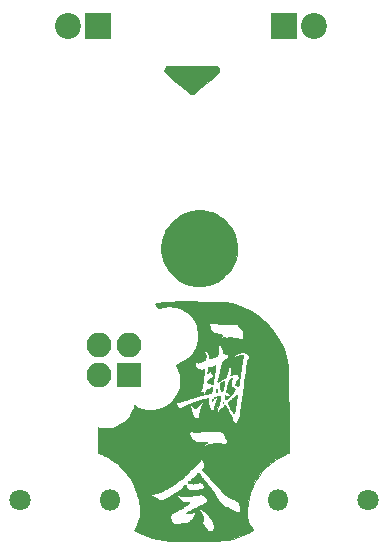
<source format=gts>
G04 #@! TF.FileFunction,Soldermask,Top*
%FSLAX46Y46*%
G04 Gerber Fmt 4.6, Leading zero omitted, Abs format (unit mm)*
G04 Created by KiCad (PCBNEW 4.0.7) date Thursday, July 26, 2018 'AMt' 11:31:36 AM*
%MOMM*%
%LPD*%
G01*
G04 APERTURE LIST*
%ADD10C,0.100000*%
%ADD11C,0.010000*%
%ADD12R,2.200000X2.200000*%
%ADD13C,2.200000*%
%ADD14C,1.800000*%
%ADD15O,1.800000X1.800000*%
%ADD16R,2.100000X2.100000*%
%ADD17O,2.100000X2.100000*%
G04 APERTURE END LIST*
D10*
D11*
G36*
X149025686Y-84149189D02*
X149350417Y-84149403D01*
X149631086Y-84149854D01*
X149871091Y-84150613D01*
X150073824Y-84151749D01*
X150242683Y-84153334D01*
X150381061Y-84155438D01*
X150492355Y-84158131D01*
X150579958Y-84161485D01*
X150647267Y-84165571D01*
X150697675Y-84170457D01*
X150734579Y-84176217D01*
X150761373Y-84182919D01*
X150781453Y-84190635D01*
X150787429Y-84193540D01*
X150889327Y-84270566D01*
X150957527Y-84373917D01*
X150988009Y-84491607D01*
X150976753Y-84611647D01*
X150949670Y-84677347D01*
X150921319Y-84710147D01*
X150858299Y-84771521D01*
X150765114Y-84857620D01*
X150646268Y-84964592D01*
X150506264Y-85088587D01*
X150349606Y-85225756D01*
X150180798Y-85372248D01*
X150004342Y-85524212D01*
X149824743Y-85677800D01*
X149646505Y-85829160D01*
X149474130Y-85974442D01*
X149312123Y-86109796D01*
X149164987Y-86231372D01*
X149037226Y-86335320D01*
X148933344Y-86417790D01*
X148857844Y-86474930D01*
X148815229Y-86502892D01*
X148813226Y-86503818D01*
X148693068Y-86535134D01*
X148581981Y-86525862D01*
X148534916Y-86506313D01*
X148505489Y-86484336D01*
X148441145Y-86432527D01*
X148345665Y-86354043D01*
X148222829Y-86252040D01*
X148076419Y-86129672D01*
X147910218Y-85990096D01*
X147728005Y-85836467D01*
X147533563Y-85671942D01*
X147437144Y-85590152D01*
X147203008Y-85391192D01*
X147004757Y-85222015D01*
X146839409Y-85079611D01*
X146703985Y-84960970D01*
X146595505Y-84863082D01*
X146510987Y-84782939D01*
X146447452Y-84717529D01*
X146401919Y-84663844D01*
X146371407Y-84618874D01*
X146352937Y-84579608D01*
X146343528Y-84543038D01*
X146340199Y-84506154D01*
X146339882Y-84482098D01*
X146361179Y-84391663D01*
X146417059Y-84297973D01*
X146495861Y-84218923D01*
X146523888Y-84199719D01*
X146540079Y-84190572D01*
X146558901Y-84182601D01*
X146583762Y-84175725D01*
X146618068Y-84169863D01*
X146665226Y-84164933D01*
X146728642Y-84160855D01*
X146811724Y-84157548D01*
X146917878Y-84154932D01*
X147050511Y-84152924D01*
X147213029Y-84151445D01*
X147408840Y-84150413D01*
X147641349Y-84149748D01*
X147913964Y-84149368D01*
X148230091Y-84149193D01*
X148593137Y-84149142D01*
X148653500Y-84149140D01*
X149025686Y-84149189D01*
X149025686Y-84149189D01*
G37*
X149025686Y-84149189D02*
X149350417Y-84149403D01*
X149631086Y-84149854D01*
X149871091Y-84150613D01*
X150073824Y-84151749D01*
X150242683Y-84153334D01*
X150381061Y-84155438D01*
X150492355Y-84158131D01*
X150579958Y-84161485D01*
X150647267Y-84165571D01*
X150697675Y-84170457D01*
X150734579Y-84176217D01*
X150761373Y-84182919D01*
X150781453Y-84190635D01*
X150787429Y-84193540D01*
X150889327Y-84270566D01*
X150957527Y-84373917D01*
X150988009Y-84491607D01*
X150976753Y-84611647D01*
X150949670Y-84677347D01*
X150921319Y-84710147D01*
X150858299Y-84771521D01*
X150765114Y-84857620D01*
X150646268Y-84964592D01*
X150506264Y-85088587D01*
X150349606Y-85225756D01*
X150180798Y-85372248D01*
X150004342Y-85524212D01*
X149824743Y-85677800D01*
X149646505Y-85829160D01*
X149474130Y-85974442D01*
X149312123Y-86109796D01*
X149164987Y-86231372D01*
X149037226Y-86335320D01*
X148933344Y-86417790D01*
X148857844Y-86474930D01*
X148815229Y-86502892D01*
X148813226Y-86503818D01*
X148693068Y-86535134D01*
X148581981Y-86525862D01*
X148534916Y-86506313D01*
X148505489Y-86484336D01*
X148441145Y-86432527D01*
X148345665Y-86354043D01*
X148222829Y-86252040D01*
X148076419Y-86129672D01*
X147910218Y-85990096D01*
X147728005Y-85836467D01*
X147533563Y-85671942D01*
X147437144Y-85590152D01*
X147203008Y-85391192D01*
X147004757Y-85222015D01*
X146839409Y-85079611D01*
X146703985Y-84960970D01*
X146595505Y-84863082D01*
X146510987Y-84782939D01*
X146447452Y-84717529D01*
X146401919Y-84663844D01*
X146371407Y-84618874D01*
X146352937Y-84579608D01*
X146343528Y-84543038D01*
X146340199Y-84506154D01*
X146339882Y-84482098D01*
X146361179Y-84391663D01*
X146417059Y-84297973D01*
X146495861Y-84218923D01*
X146523888Y-84199719D01*
X146540079Y-84190572D01*
X146558901Y-84182601D01*
X146583762Y-84175725D01*
X146618068Y-84169863D01*
X146665226Y-84164933D01*
X146728642Y-84160855D01*
X146811724Y-84157548D01*
X146917878Y-84154932D01*
X147050511Y-84152924D01*
X147213029Y-84151445D01*
X147408840Y-84150413D01*
X147641349Y-84149748D01*
X147913964Y-84149368D01*
X148230091Y-84149193D01*
X148593137Y-84149142D01*
X148653500Y-84149140D01*
X149025686Y-84149189D01*
G36*
X149891524Y-96423773D02*
X150202900Y-96494634D01*
X150356448Y-96546179D01*
X150535999Y-96621051D01*
X150727004Y-96711981D01*
X150914910Y-96811702D01*
X151085169Y-96912944D01*
X151207226Y-96996317D01*
X151364107Y-97124276D01*
X151529485Y-97278096D01*
X151690902Y-97444832D01*
X151835900Y-97611540D01*
X151952019Y-97765274D01*
X151962973Y-97781559D01*
X152168188Y-98135937D01*
X152325922Y-98506468D01*
X152435677Y-98889988D01*
X152496958Y-99283330D01*
X152509267Y-99683331D01*
X152472106Y-100086824D01*
X152387265Y-100482400D01*
X152335281Y-100637194D01*
X152259859Y-100817800D01*
X152168325Y-101009602D01*
X152068003Y-101197987D01*
X151966219Y-101368340D01*
X151881642Y-101491215D01*
X151754479Y-101645856D01*
X151601746Y-101809351D01*
X151436297Y-101969364D01*
X151270987Y-102113559D01*
X151118671Y-102229601D01*
X151096453Y-102244673D01*
X150941788Y-102338922D01*
X150761703Y-102434979D01*
X150572144Y-102525323D01*
X150389056Y-102602431D01*
X150228386Y-102658782D01*
X150202900Y-102666189D01*
X149963147Y-102721635D01*
X149702676Y-102762034D01*
X149437920Y-102785943D01*
X149185313Y-102791917D01*
X148961286Y-102778514D01*
X148945600Y-102776625D01*
X148541827Y-102701186D01*
X148156826Y-102579194D01*
X147793127Y-102411908D01*
X147453254Y-102200581D01*
X147139736Y-101946471D01*
X146998807Y-101809108D01*
X146817444Y-101609800D01*
X146667393Y-101415905D01*
X146536397Y-101209724D01*
X146412203Y-100973558D01*
X146393825Y-100935340D01*
X146247027Y-100569013D01*
X146147993Y-100190229D01*
X146096723Y-99803828D01*
X146093216Y-99414651D01*
X146137474Y-99027539D01*
X146229496Y-98647334D01*
X146369281Y-98278875D01*
X146393825Y-98226059D01*
X146518052Y-97984008D01*
X146647284Y-97774537D01*
X146793774Y-97579948D01*
X146969778Y-97382541D01*
X146998807Y-97352291D01*
X147297212Y-97079074D01*
X147620551Y-96848916D01*
X147965382Y-96662738D01*
X148328265Y-96521460D01*
X148705762Y-96426004D01*
X149094430Y-96377290D01*
X149490831Y-96376240D01*
X149891524Y-96423773D01*
X149891524Y-96423773D01*
G37*
X149891524Y-96423773D02*
X150202900Y-96494634D01*
X150356448Y-96546179D01*
X150535999Y-96621051D01*
X150727004Y-96711981D01*
X150914910Y-96811702D01*
X151085169Y-96912944D01*
X151207226Y-96996317D01*
X151364107Y-97124276D01*
X151529485Y-97278096D01*
X151690902Y-97444832D01*
X151835900Y-97611540D01*
X151952019Y-97765274D01*
X151962973Y-97781559D01*
X152168188Y-98135937D01*
X152325922Y-98506468D01*
X152435677Y-98889988D01*
X152496958Y-99283330D01*
X152509267Y-99683331D01*
X152472106Y-100086824D01*
X152387265Y-100482400D01*
X152335281Y-100637194D01*
X152259859Y-100817800D01*
X152168325Y-101009602D01*
X152068003Y-101197987D01*
X151966219Y-101368340D01*
X151881642Y-101491215D01*
X151754479Y-101645856D01*
X151601746Y-101809351D01*
X151436297Y-101969364D01*
X151270987Y-102113559D01*
X151118671Y-102229601D01*
X151096453Y-102244673D01*
X150941788Y-102338922D01*
X150761703Y-102434979D01*
X150572144Y-102525323D01*
X150389056Y-102602431D01*
X150228386Y-102658782D01*
X150202900Y-102666189D01*
X149963147Y-102721635D01*
X149702676Y-102762034D01*
X149437920Y-102785943D01*
X149185313Y-102791917D01*
X148961286Y-102778514D01*
X148945600Y-102776625D01*
X148541827Y-102701186D01*
X148156826Y-102579194D01*
X147793127Y-102411908D01*
X147453254Y-102200581D01*
X147139736Y-101946471D01*
X146998807Y-101809108D01*
X146817444Y-101609800D01*
X146667393Y-101415905D01*
X146536397Y-101209724D01*
X146412203Y-100973558D01*
X146393825Y-100935340D01*
X146247027Y-100569013D01*
X146147993Y-100190229D01*
X146096723Y-99803828D01*
X146093216Y-99414651D01*
X146137474Y-99027539D01*
X146229496Y-98647334D01*
X146369281Y-98278875D01*
X146393825Y-98226059D01*
X146518052Y-97984008D01*
X146647284Y-97774537D01*
X146793774Y-97579948D01*
X146969778Y-97382541D01*
X146998807Y-97352291D01*
X147297212Y-97079074D01*
X147620551Y-96848916D01*
X147965382Y-96662738D01*
X148328265Y-96521460D01*
X148705762Y-96426004D01*
X149094430Y-96377290D01*
X149490831Y-96376240D01*
X149891524Y-96423773D01*
G36*
X148374954Y-104096270D02*
X148826950Y-104097598D01*
X148970937Y-104098158D01*
X149360604Y-104099785D01*
X149703016Y-104101342D01*
X150001768Y-104102918D01*
X150260457Y-104104604D01*
X150482677Y-104106491D01*
X150672024Y-104108669D01*
X150832094Y-104111228D01*
X150966483Y-104114260D01*
X151078785Y-104117854D01*
X151172596Y-104122102D01*
X151251513Y-104127093D01*
X151319130Y-104132918D01*
X151379042Y-104139668D01*
X151434847Y-104147433D01*
X151490138Y-104156304D01*
X151526192Y-104162478D01*
X151952079Y-104246814D01*
X152342581Y-104347172D01*
X152711851Y-104468083D01*
X153074037Y-104614077D01*
X153369535Y-104752641D01*
X153862865Y-105022740D01*
X154317790Y-105325045D01*
X154736672Y-105661369D01*
X155121874Y-106033525D01*
X155308490Y-106240458D01*
X155663221Y-106688183D01*
X155971164Y-107153581D01*
X156233296Y-107638803D01*
X156450593Y-108145999D01*
X156624035Y-108677317D01*
X156754597Y-109234907D01*
X156805433Y-109533050D01*
X156811645Y-109577934D01*
X156817273Y-109627537D01*
X156822355Y-109684536D01*
X156826928Y-109751613D01*
X156831029Y-109831446D01*
X156834695Y-109926714D01*
X156837964Y-110040099D01*
X156840873Y-110174278D01*
X156843459Y-110331932D01*
X156845759Y-110515740D01*
X156847811Y-110728381D01*
X156849652Y-110972536D01*
X156851319Y-111250883D01*
X156852850Y-111566102D01*
X156854281Y-111920873D01*
X156855650Y-112317874D01*
X156856994Y-112759786D01*
X156858350Y-113249289D01*
X156858649Y-113362010D01*
X156867986Y-116898578D01*
X156745988Y-116944088D01*
X156620592Y-116996606D01*
X156465605Y-117070292D01*
X156293890Y-117158321D01*
X156118307Y-117253869D01*
X155951717Y-117350110D01*
X155806984Y-117440219D01*
X155790338Y-117451198D01*
X155370366Y-117759699D01*
X154985072Y-118102407D01*
X154636139Y-118476227D01*
X154325252Y-118878064D01*
X154054093Y-119304822D01*
X153824348Y-119753407D01*
X153637699Y-120220724D01*
X153495831Y-120703676D01*
X153400427Y-121199170D01*
X153353171Y-121704109D01*
X153348067Y-121940658D01*
X153349396Y-122111533D01*
X153353584Y-122243493D01*
X153361698Y-122348444D01*
X153374805Y-122438290D01*
X153393973Y-122524936D01*
X153403806Y-122562208D01*
X153466632Y-122751654D01*
X153551071Y-122948504D01*
X153648207Y-123134188D01*
X153749123Y-123290136D01*
X153760749Y-123305561D01*
X153816567Y-123384119D01*
X153839596Y-123433642D01*
X153832989Y-123461070D01*
X153831862Y-123462047D01*
X153781969Y-123494826D01*
X153695334Y-123543479D01*
X153581661Y-123603175D01*
X153450652Y-123669085D01*
X153312012Y-123736377D01*
X153175444Y-123800221D01*
X153050650Y-123855788D01*
X152988154Y-123882049D01*
X152559854Y-124041423D01*
X152138461Y-124165457D01*
X151703456Y-124259705D01*
X151429625Y-124303946D01*
X151365122Y-124312929D01*
X151302501Y-124320810D01*
X151238150Y-124327655D01*
X151168459Y-124333530D01*
X151089816Y-124338502D01*
X150998609Y-124342637D01*
X150891228Y-124346002D01*
X150764059Y-124348663D01*
X150613492Y-124350686D01*
X150435916Y-124352139D01*
X150227719Y-124353087D01*
X149985289Y-124353597D01*
X149705015Y-124353736D01*
X149383285Y-124353570D01*
X149016488Y-124353164D01*
X148772668Y-124352833D01*
X148431505Y-124352097D01*
X148102038Y-124350892D01*
X147788205Y-124349261D01*
X147493941Y-124347247D01*
X147223184Y-124344893D01*
X146979869Y-124342240D01*
X146767934Y-124339333D01*
X146591314Y-124336214D01*
X146453947Y-124332924D01*
X146359769Y-124329507D01*
X146313980Y-124326195D01*
X145797032Y-124236997D01*
X145314653Y-124119526D01*
X144857240Y-123970696D01*
X144415187Y-123787425D01*
X144021780Y-123590074D01*
X143923730Y-123536621D01*
X143843835Y-123492541D01*
X143791690Y-123463161D01*
X143776475Y-123453897D01*
X143786495Y-123431244D01*
X143819689Y-123376248D01*
X143870215Y-123298328D01*
X143906570Y-123244267D01*
X144048496Y-123002401D01*
X144155889Y-122742491D01*
X144229123Y-122461156D01*
X144242105Y-122360408D01*
X146850923Y-122360408D01*
X146854109Y-122446378D01*
X146863536Y-122512043D01*
X146877378Y-122540652D01*
X146893514Y-122573403D01*
X146898764Y-122619801D01*
X146916661Y-122678628D01*
X146972564Y-122755515D01*
X147032248Y-122818913D01*
X147165731Y-122952093D01*
X147318284Y-122945000D01*
X147425923Y-122937891D01*
X147533805Y-122927495D01*
X147585251Y-122920896D01*
X147671205Y-122907895D01*
X147746357Y-122896170D01*
X147763229Y-122893442D01*
X147826690Y-122884244D01*
X147913695Y-122873055D01*
X147953919Y-122868252D01*
X148114540Y-122846148D01*
X148237734Y-122818876D01*
X148336922Y-122781026D01*
X148425530Y-122727187D01*
X148516978Y-122651950D01*
X148537820Y-122632906D01*
X148614748Y-122563157D01*
X148686631Y-122500362D01*
X148733211Y-122461879D01*
X148796457Y-122389632D01*
X148851990Y-122285557D01*
X148891671Y-122168675D01*
X148907358Y-122058006D01*
X148907373Y-122054953D01*
X148916897Y-121971389D01*
X148942271Y-121918215D01*
X148945511Y-121915232D01*
X148972693Y-121878697D01*
X148984913Y-121837866D01*
X148976531Y-121814284D01*
X148972133Y-121813531D01*
X148935482Y-121824322D01*
X148885441Y-121848848D01*
X148843777Y-121875335D01*
X148831097Y-121889807D01*
X148810734Y-121911777D01*
X148761713Y-121940536D01*
X148761177Y-121940795D01*
X148708075Y-121965460D01*
X148664388Y-121981316D01*
X148604873Y-121996979D01*
X148576842Y-122003721D01*
X148514284Y-122013747D01*
X148432646Y-122020520D01*
X148345506Y-122023837D01*
X148266438Y-122023494D01*
X148209018Y-122019288D01*
X148186821Y-122011017D01*
X148187281Y-122009547D01*
X148222511Y-121975879D01*
X148290644Y-121926962D01*
X148379143Y-121870238D01*
X148475476Y-121813148D01*
X148567106Y-121763134D01*
X148641499Y-121727636D01*
X148684900Y-121714132D01*
X148722701Y-121701055D01*
X148729395Y-121688375D01*
X148744403Y-121673306D01*
X149263329Y-121673306D01*
X149275671Y-121714061D01*
X149307158Y-121781586D01*
X149349479Y-121859853D01*
X149394323Y-121932828D01*
X149408514Y-121953371D01*
X149524191Y-122150635D01*
X149598544Y-122366674D01*
X149628779Y-122539852D01*
X149630840Y-122633651D01*
X149608062Y-122688934D01*
X149557170Y-122713236D01*
X149553176Y-122713869D01*
X149509160Y-122739889D01*
X149496190Y-122785913D01*
X149518697Y-122829371D01*
X149529093Y-122836484D01*
X149573159Y-122878254D01*
X149595585Y-122915233D01*
X149624945Y-122973293D01*
X149666137Y-123045732D01*
X149674387Y-123059377D01*
X149717534Y-123131609D01*
X149753740Y-123195049D01*
X149758469Y-123203767D01*
X149837423Y-123313905D01*
X149945717Y-123416649D01*
X150063263Y-123493698D01*
X150090587Y-123506319D01*
X150175870Y-123537720D01*
X150238268Y-123544787D01*
X150299576Y-123527466D01*
X150344251Y-123505686D01*
X150448575Y-123424520D01*
X150513161Y-123314386D01*
X150534114Y-123182383D01*
X150533249Y-123161078D01*
X150528827Y-123086122D01*
X150525485Y-123021238D01*
X150512395Y-122957750D01*
X150488311Y-122918565D01*
X150462684Y-122883031D01*
X150461864Y-122867714D01*
X150455377Y-122819393D01*
X150421941Y-122740018D01*
X150366873Y-122637841D01*
X150295489Y-122521110D01*
X150213109Y-122398074D01*
X150125048Y-122276983D01*
X150036625Y-122166087D01*
X149953156Y-122073635D01*
X149944269Y-122064712D01*
X149850114Y-121972179D01*
X149781314Y-121907956D01*
X149727667Y-121864005D01*
X149678967Y-121832286D01*
X149625012Y-121804759D01*
X149599396Y-121792997D01*
X149513253Y-121748386D01*
X149430786Y-121697297D01*
X149424221Y-121692672D01*
X149361319Y-121658520D01*
X149310259Y-121649246D01*
X149303775Y-121650898D01*
X149268976Y-121667639D01*
X149263329Y-121673306D01*
X148744403Y-121673306D01*
X148751181Y-121666501D01*
X148805407Y-121641005D01*
X148824740Y-121634310D01*
X148896986Y-121606644D01*
X148952008Y-121577973D01*
X148958224Y-121573482D01*
X148997800Y-121549282D01*
X149070411Y-121510836D01*
X149162845Y-121465039D01*
X149199765Y-121447450D01*
X149307017Y-121396346D01*
X149410078Y-121346253D01*
X149490349Y-121306235D01*
X149504870Y-121298766D01*
X149590001Y-121255135D01*
X149689520Y-121204980D01*
X149733699Y-121182996D01*
X149819940Y-121137678D01*
X149898384Y-121092117D01*
X149929733Y-121071708D01*
X149975576Y-121032329D01*
X149984336Y-120993795D01*
X149973190Y-120956385D01*
X149958284Y-120896434D01*
X149959721Y-120858225D01*
X149947808Y-120826834D01*
X149904925Y-120772552D01*
X149840001Y-120704013D01*
X149761964Y-120629852D01*
X149679744Y-120558702D01*
X149602271Y-120499196D01*
X149559692Y-120471439D01*
X149475382Y-120432767D01*
X149396851Y-120426939D01*
X149302975Y-120453165D01*
X149283135Y-120461098D01*
X149227035Y-120475266D01*
X149136086Y-120488844D01*
X149026266Y-120499645D01*
X148978030Y-120502847D01*
X148764692Y-120515317D01*
X148596383Y-120526344D01*
X148467318Y-120536432D01*
X148371713Y-120546088D01*
X148303781Y-120555819D01*
X148259025Y-120565760D01*
X148199920Y-120574581D01*
X148106216Y-120579784D01*
X147994080Y-120580670D01*
X147941207Y-120579451D01*
X147805276Y-120571604D01*
X147706210Y-120557076D01*
X147630198Y-120533416D01*
X147598944Y-120518672D01*
X147514164Y-120479136D01*
X147462113Y-120469031D01*
X147434340Y-120487953D01*
X147426376Y-120510478D01*
X147433677Y-120580896D01*
X147477163Y-120668633D01*
X147549326Y-120764996D01*
X147642657Y-120861293D01*
X147749647Y-120948832D01*
X147862786Y-121018922D01*
X147867860Y-121021505D01*
X147943900Y-121054352D01*
X148026301Y-121076518D01*
X148128049Y-121090183D01*
X148262133Y-121097530D01*
X148330809Y-121099248D01*
X148405472Y-121103894D01*
X148440143Y-121116803D01*
X148445515Y-121142132D01*
X148445223Y-121143711D01*
X148416293Y-121182216D01*
X148388697Y-121192872D01*
X148340590Y-121208976D01*
X148325133Y-121221440D01*
X148294526Y-121250067D01*
X148237202Y-121293986D01*
X148167010Y-121343655D01*
X148097799Y-121389535D01*
X148043416Y-121422086D01*
X148019270Y-121432149D01*
X147987672Y-121449961D01*
X147948914Y-121489357D01*
X147884408Y-121549196D01*
X147802958Y-121600647D01*
X147725168Y-121631776D01*
X147695742Y-121635992D01*
X147646241Y-121653823D01*
X147592157Y-121696203D01*
X147591210Y-121697195D01*
X147525247Y-121752498D01*
X147440472Y-121805377D01*
X147355238Y-121845907D01*
X147287902Y-121864159D01*
X147282083Y-121864382D01*
X147235051Y-121882351D01*
X147220100Y-121902520D01*
X147183888Y-121931302D01*
X147120435Y-121940658D01*
X147030019Y-121965940D01*
X146944214Y-122041558D01*
X146878408Y-122139422D01*
X146863113Y-122191054D01*
X146853938Y-122270008D01*
X146850923Y-122360408D01*
X144242105Y-122360408D01*
X144268572Y-122155011D01*
X144274610Y-121820674D01*
X144247612Y-121454761D01*
X144187951Y-121053888D01*
X144163211Y-120923641D01*
X144057962Y-120502831D01*
X145185733Y-120502831D01*
X145202333Y-120539161D01*
X145246819Y-120559938D01*
X145308404Y-120568392D01*
X145383849Y-120586489D01*
X145469745Y-120633058D01*
X145485826Y-120644668D01*
X145547549Y-120688587D01*
X145592938Y-120715844D01*
X145605322Y-120720237D01*
X145635561Y-120733444D01*
X145693241Y-120767563D01*
X145745855Y-120801839D01*
X145889953Y-120870304D01*
X146044464Y-120891896D01*
X146192213Y-120867335D01*
X146394745Y-120793976D01*
X146594938Y-120708037D01*
X146772980Y-120618299D01*
X146835201Y-120582311D01*
X146935673Y-120522671D01*
X147034876Y-120466095D01*
X147112940Y-120423888D01*
X147119276Y-120420662D01*
X147271682Y-120327960D01*
X147378418Y-120230798D01*
X147421709Y-120195683D01*
X147448498Y-120186303D01*
X147479981Y-120170323D01*
X147538136Y-120127696D01*
X147612389Y-120066399D01*
X147642360Y-120040107D01*
X147742479Y-119952117D01*
X147851598Y-119858211D01*
X147947186Y-119777767D01*
X147952788Y-119773140D01*
X148018048Y-119716060D01*
X148059094Y-119673532D01*
X148068824Y-119653135D01*
X148066008Y-119652370D01*
X148046289Y-119644470D01*
X148062171Y-119622937D01*
X148102316Y-119610234D01*
X148143708Y-119638962D01*
X148176150Y-119701005D01*
X148180847Y-119717410D01*
X148208564Y-119786141D01*
X148257212Y-119872479D01*
X148316194Y-119960616D01*
X148374915Y-120034747D01*
X148422776Y-120079066D01*
X148423678Y-120079617D01*
X148475196Y-120097108D01*
X148557406Y-120102774D01*
X148679630Y-120097224D01*
X148685972Y-120096740D01*
X148784413Y-120087922D01*
X148862750Y-120078673D01*
X148907580Y-120070646D01*
X148912355Y-120068810D01*
X148958333Y-120054963D01*
X149054329Y-120039103D01*
X149199554Y-120021357D01*
X149220287Y-120019103D01*
X149308246Y-120006007D01*
X149385076Y-119988591D01*
X149406276Y-119981719D01*
X149479497Y-119962624D01*
X149529691Y-119957475D01*
X149589861Y-119936397D01*
X149653873Y-119880728D01*
X149656909Y-119877173D01*
X149704938Y-119794849D01*
X149704042Y-119715952D01*
X149653753Y-119634702D01*
X149635673Y-119615595D01*
X149577100Y-119550944D01*
X149526806Y-119487700D01*
X149483893Y-119441802D01*
X149430871Y-119421830D01*
X149363188Y-119418330D01*
X149272915Y-119421921D01*
X149190041Y-119429943D01*
X149174340Y-119432374D01*
X149107285Y-119442513D01*
X149013330Y-119454846D01*
X148939155Y-119463673D01*
X148856924Y-119476354D01*
X148799508Y-119491675D01*
X148780246Y-119504940D01*
X148763822Y-119515317D01*
X148749147Y-119509023D01*
X148710020Y-119500595D01*
X148635168Y-119495958D01*
X148539629Y-119495952D01*
X148523660Y-119496429D01*
X148419457Y-119497788D01*
X148355989Y-119492169D01*
X148323440Y-119478104D01*
X148314728Y-119465157D01*
X148319501Y-119419019D01*
X148336812Y-119396861D01*
X148368314Y-119352664D01*
X148373439Y-119329725D01*
X148390794Y-119304338D01*
X148420538Y-119307935D01*
X148458790Y-119303508D01*
X148517282Y-119268897D01*
X148601399Y-119200604D01*
X148643010Y-119163453D01*
X148780491Y-119036132D01*
X148904442Y-118916853D01*
X149010300Y-118810386D01*
X149093500Y-118721503D01*
X149149480Y-118654975D01*
X149173675Y-118615574D01*
X149173595Y-118608722D01*
X149169819Y-118586243D01*
X149195917Y-118589874D01*
X149240191Y-118616446D01*
X149259439Y-118631978D01*
X149299535Y-118675998D01*
X149314180Y-118708255D01*
X149331632Y-118735595D01*
X149339605Y-118737054D01*
X149364022Y-118756625D01*
X149365031Y-118764176D01*
X149381909Y-118806334D01*
X149426540Y-118872151D01*
X149489915Y-118950149D01*
X149563026Y-119028851D01*
X149602670Y-119066950D01*
X149657042Y-119124164D01*
X149729908Y-119210977D01*
X149811163Y-119314940D01*
X149880394Y-119409062D01*
X149963909Y-119523561D01*
X150050359Y-119637574D01*
X150128349Y-119736300D01*
X150176689Y-119793980D01*
X150314962Y-119965388D01*
X150459376Y-120169639D01*
X150599510Y-120391495D01*
X150674660Y-120522125D01*
X150735012Y-120626507D01*
X150794647Y-120721843D01*
X150844404Y-120793799D01*
X150862976Y-120816820D01*
X150909630Y-120871473D01*
X150975089Y-120951441D01*
X151047138Y-121041744D01*
X151066003Y-121065784D01*
X151148344Y-121163415D01*
X151239728Y-121259942D01*
X151322264Y-121336630D01*
X151332970Y-121345419D01*
X151404714Y-121394829D01*
X151511705Y-121458452D01*
X151642490Y-121530373D01*
X151785617Y-121604678D01*
X151929635Y-121675453D01*
X152063092Y-121736785D01*
X152174534Y-121782760D01*
X152192935Y-121789507D01*
X152276952Y-121828347D01*
X152353402Y-121877209D01*
X152358201Y-121881044D01*
X152426448Y-121916867D01*
X152515905Y-121938151D01*
X152610994Y-121944425D01*
X152696139Y-121935215D01*
X152755763Y-121910050D01*
X152770040Y-121893540D01*
X152781071Y-121843715D01*
X152784532Y-121762213D01*
X152781402Y-121666106D01*
X152772660Y-121572465D01*
X152759287Y-121498361D01*
X152745379Y-121463931D01*
X152734882Y-121438506D01*
X152722011Y-121399556D01*
X152715437Y-121381298D01*
X152698748Y-121335240D01*
X152672946Y-121263228D01*
X152660656Y-121228746D01*
X152627233Y-121156623D01*
X152576747Y-121093342D01*
X152497256Y-121025105D01*
X152460807Y-120997817D01*
X152350677Y-120924084D01*
X152223738Y-120849098D01*
X152123689Y-120797091D01*
X151856675Y-120661834D01*
X151623689Y-120525410D01*
X151429459Y-120390915D01*
X151278712Y-120261446D01*
X151234073Y-120214503D01*
X151177264Y-120151174D01*
X151102350Y-120068508D01*
X151026712Y-119985674D01*
X150945424Y-119894397D01*
X150851340Y-119784817D01*
X150763052Y-119678636D01*
X150752055Y-119665082D01*
X150680734Y-119580645D01*
X150580819Y-119467672D01*
X150459434Y-119333821D01*
X150323705Y-119186750D01*
X150180757Y-119034117D01*
X150037715Y-118883579D01*
X149901703Y-118742795D01*
X149779846Y-118619422D01*
X149770621Y-118610233D01*
X149673957Y-118514056D01*
X149609179Y-118445668D01*
X149573047Y-118396092D01*
X149562318Y-118356350D01*
X149573753Y-118317462D01*
X149604111Y-118270452D01*
X149633376Y-118230006D01*
X149684785Y-118154352D01*
X149710394Y-118098905D01*
X149716139Y-118044138D01*
X149709342Y-117980070D01*
X149668503Y-117778779D01*
X149606503Y-117613302D01*
X149517968Y-117471116D01*
X149463014Y-117405872D01*
X149416524Y-117373814D01*
X149384569Y-117387547D01*
X149373382Y-117442691D01*
X149375117Y-117467603D01*
X149371832Y-117527043D01*
X149344220Y-117589083D01*
X149286880Y-117661712D01*
X149194415Y-117752922D01*
X149162997Y-117781527D01*
X149105622Y-117834807D01*
X149021180Y-117915357D01*
X148918617Y-118014543D01*
X148806877Y-118123733D01*
X148732771Y-118196764D01*
X148629014Y-118298186D01*
X148537065Y-118385795D01*
X148463207Y-118453786D01*
X148413721Y-118496356D01*
X148395657Y-118508225D01*
X148374181Y-118527776D01*
X148373439Y-118534498D01*
X148357008Y-118565611D01*
X148316235Y-118614982D01*
X148263896Y-118669617D01*
X148212768Y-118716517D01*
X148175629Y-118742687D01*
X148167146Y-118744331D01*
X148143249Y-118758978D01*
X148092699Y-118802803D01*
X148023955Y-118868201D01*
X147975749Y-118916407D01*
X147883141Y-119005522D01*
X147786026Y-119090622D01*
X147700687Y-119157697D01*
X147674240Y-119175862D01*
X147598151Y-119227683D01*
X147535725Y-119275079D01*
X147508975Y-119299187D01*
X147469955Y-119333002D01*
X147401947Y-119384280D01*
X147318607Y-119442788D01*
X147305571Y-119451594D01*
X147208896Y-119518706D01*
X147113826Y-119588256D01*
X147040821Y-119645270D01*
X147040384Y-119645633D01*
X146979999Y-119693058D01*
X146935395Y-119723107D01*
X146922178Y-119728646D01*
X146893425Y-119741873D01*
X146835161Y-119776640D01*
X146759707Y-119825574D01*
X146755695Y-119828267D01*
X146679784Y-119875955D01*
X146619989Y-119907368D01*
X146588592Y-119916102D01*
X146587865Y-119915755D01*
X146568805Y-119921066D01*
X146568234Y-119926084D01*
X146547951Y-119945236D01*
X146496317Y-119976376D01*
X146427157Y-120012731D01*
X146354295Y-120047529D01*
X146291554Y-120074000D01*
X146252757Y-120085370D01*
X146246729Y-120083580D01*
X146227634Y-120088669D01*
X146195878Y-120112117D01*
X146115535Y-120163346D01*
X145997822Y-120216402D01*
X145855841Y-120266932D01*
X145702697Y-120310583D01*
X145551494Y-120343004D01*
X145462228Y-120355802D01*
X145379716Y-120370773D01*
X145314392Y-120393085D01*
X145294961Y-120405101D01*
X145250185Y-120434284D01*
X145227761Y-120440558D01*
X145194929Y-120460308D01*
X145185733Y-120502831D01*
X144057962Y-120502831D01*
X144038676Y-120425724D01*
X143867392Y-119943968D01*
X143651778Y-119481550D01*
X143394250Y-119041648D01*
X143097226Y-118627439D01*
X142763124Y-118242101D01*
X142394360Y-117888811D01*
X141993352Y-117570748D01*
X141562517Y-117291088D01*
X141284908Y-117140111D01*
X141160598Y-117078483D01*
X141040657Y-117021222D01*
X140938563Y-116974632D01*
X140867797Y-116945012D01*
X140866582Y-116944556D01*
X140745811Y-116899515D01*
X140745811Y-115195803D01*
X148451156Y-115195803D01*
X148464943Y-115306885D01*
X148502629Y-115397284D01*
X148642661Y-115624894D01*
X148782543Y-115809804D01*
X148833824Y-115866641D01*
X148899561Y-115926765D01*
X148972159Y-115972580D01*
X149058105Y-116004990D01*
X149163883Y-116024899D01*
X149295982Y-116033211D01*
X149460886Y-116030829D01*
X149665083Y-116018658D01*
X149829045Y-116005307D01*
X149899270Y-116002542D01*
X149942825Y-116007314D01*
X149949815Y-116012708D01*
X149927082Y-116047453D01*
X149858920Y-116104878D01*
X149771837Y-116167035D01*
X149709800Y-116212094D01*
X149664671Y-116249606D01*
X149657423Y-116257020D01*
X149623285Y-116286859D01*
X149562199Y-116332882D01*
X149511227Y-116368714D01*
X149446076Y-116414944D01*
X149402227Y-116449366D01*
X149390456Y-116462071D01*
X149410355Y-116461869D01*
X149457249Y-116447288D01*
X149511938Y-116425198D01*
X149553028Y-116403897D01*
X149587847Y-116385602D01*
X149593859Y-116383777D01*
X149637350Y-116367815D01*
X149705103Y-116335099D01*
X149777994Y-116295396D01*
X149830312Y-116263037D01*
X149895282Y-116232778D01*
X149952281Y-116227953D01*
X149952871Y-116228103D01*
X150007107Y-116224411D01*
X150076447Y-116198306D01*
X150092023Y-116189746D01*
X150185257Y-116152701D01*
X150248687Y-116151122D01*
X150324463Y-116149346D01*
X150381591Y-116131257D01*
X150440320Y-116112469D01*
X150535045Y-116094247D01*
X150650929Y-116078417D01*
X150773133Y-116066801D01*
X150886818Y-116061225D01*
X150947822Y-116061651D01*
X151031062Y-116072752D01*
X151129648Y-116096728D01*
X151224306Y-116127756D01*
X151295763Y-116160014D01*
X151313868Y-116172234D01*
X151363157Y-116184705D01*
X151434681Y-116173212D01*
X151509655Y-116143847D01*
X151569297Y-116102705D01*
X151584591Y-116084410D01*
X151627176Y-115974380D01*
X151626437Y-115845434D01*
X151583273Y-115703759D01*
X151510154Y-115572344D01*
X151464331Y-115499512D01*
X151433246Y-115440940D01*
X151424490Y-115414473D01*
X151408716Y-115361925D01*
X151369838Y-115292388D01*
X151320523Y-115225017D01*
X151273438Y-115178964D01*
X151265495Y-115174046D01*
X151173579Y-115135832D01*
X151050780Y-115099207D01*
X150915387Y-115068206D01*
X150785688Y-115046861D01*
X150679973Y-115039206D01*
X150657795Y-115040019D01*
X150600682Y-115043438D01*
X150505332Y-115048358D01*
X150384313Y-115054160D01*
X150250194Y-115060224D01*
X150229495Y-115061127D01*
X150077620Y-115068133D01*
X149920582Y-115076064D01*
X149777286Y-115083928D01*
X149670136Y-115090496D01*
X149478412Y-115101274D01*
X149286059Y-115108385D01*
X149101172Y-115111864D01*
X148931847Y-115111747D01*
X148786179Y-115108071D01*
X148672263Y-115100870D01*
X148598195Y-115090181D01*
X148583362Y-115085693D01*
X148525797Y-115066823D01*
X148495000Y-115073040D01*
X148475304Y-115100913D01*
X148451156Y-115195803D01*
X140745811Y-115195803D01*
X140745811Y-114765175D01*
X140803019Y-114779479D01*
X141043079Y-114822267D01*
X141308366Y-114840130D01*
X141579839Y-114833175D01*
X141838461Y-114801508D01*
X141970692Y-114772991D01*
X142310904Y-114660323D01*
X142627275Y-114504201D01*
X142916283Y-114307134D01*
X143174408Y-114071627D01*
X143398128Y-113800187D01*
X143455579Y-113715858D01*
X143544480Y-113567145D01*
X143628428Y-113404313D01*
X143701031Y-113241568D01*
X143755900Y-113093115D01*
X143784696Y-112984226D01*
X143799003Y-112923320D01*
X143812243Y-112890856D01*
X143814836Y-112889206D01*
X143841703Y-112902512D01*
X143891622Y-112935179D01*
X143900688Y-112941569D01*
X143959688Y-112977726D01*
X144047627Y-113024885D01*
X144146861Y-113073647D01*
X144160577Y-113080033D01*
X144487008Y-113203653D01*
X144822841Y-113279262D01*
X145163089Y-113307617D01*
X145502764Y-113289480D01*
X145836880Y-113225611D01*
X146160448Y-113116769D01*
X146468483Y-112963715D01*
X146755997Y-112767208D01*
X146859889Y-112679620D01*
X147298530Y-112679620D01*
X147321996Y-112723580D01*
X147336261Y-112744046D01*
X147375779Y-112821055D01*
X147395813Y-112901622D01*
X147396231Y-112908650D01*
X147422201Y-112989677D01*
X147485538Y-113054996D01*
X147573365Y-113096742D01*
X147672805Y-113107049D01*
X147711197Y-113101030D01*
X147774256Y-113080652D01*
X147857303Y-113046924D01*
X147946247Y-113006493D01*
X148026997Y-112966008D01*
X148055802Y-112949310D01*
X148477833Y-112949310D01*
X148499514Y-113024212D01*
X148525629Y-113066676D01*
X148559983Y-113133510D01*
X148590908Y-113224263D01*
X148602734Y-113274004D01*
X148629195Y-113396208D01*
X148656118Y-113497426D01*
X148680701Y-113568502D01*
X148700137Y-113600278D01*
X148702931Y-113601118D01*
X148721347Y-113622466D01*
X148745748Y-113675027D01*
X148750210Y-113686931D01*
X148800098Y-113780144D01*
X148873180Y-113862224D01*
X148959926Y-113928158D01*
X149050805Y-113972934D01*
X149136288Y-113991539D01*
X149206846Y-113978960D01*
X149243871Y-113946592D01*
X149258271Y-113901563D01*
X149262940Y-113851764D01*
X149269186Y-113781723D01*
X149285343Y-113679514D01*
X149308394Y-113559180D01*
X149335322Y-113434762D01*
X149363110Y-113320301D01*
X149388741Y-113229838D01*
X149406930Y-113181599D01*
X149438335Y-113107209D01*
X149457392Y-113041759D01*
X149475960Y-112978244D01*
X149507537Y-112898540D01*
X149517637Y-112876494D01*
X149553513Y-112789674D01*
X149581003Y-112702098D01*
X149597327Y-112626203D01*
X149599706Y-112574429D01*
X149588685Y-112558676D01*
X149561929Y-112575070D01*
X149508499Y-112618440D01*
X149437940Y-112680071D01*
X149359795Y-112751244D01*
X149283609Y-112823242D01*
X149218927Y-112887349D01*
X149175292Y-112934847D01*
X149171108Y-112940057D01*
X149071851Y-113053302D01*
X148981152Y-113126892D01*
X148933674Y-113153475D01*
X148903450Y-113147599D01*
X148867776Y-113104547D01*
X148866737Y-113103117D01*
X148799415Y-113012809D01*
X148750038Y-112954946D01*
X148708218Y-112919750D01*
X148663565Y-112897441D01*
X148639024Y-112888750D01*
X148551681Y-112875156D01*
X148496586Y-112897483D01*
X148477833Y-112949310D01*
X148055802Y-112949310D01*
X148085464Y-112932116D01*
X148106549Y-112914507D01*
X148137998Y-112900172D01*
X148147969Y-112903995D01*
X148184505Y-112901591D01*
X148216132Y-112881578D01*
X148277984Y-112840993D01*
X148379261Y-112791247D01*
X148510382Y-112736749D01*
X148614981Y-112698068D01*
X148692056Y-112668896D01*
X148750110Y-112643335D01*
X148768323Y-112632886D01*
X148812337Y-112611915D01*
X148857312Y-112598939D01*
X148907596Y-112584717D01*
X148991903Y-112557499D01*
X149096518Y-112521801D01*
X149164329Y-112497834D01*
X149276142Y-112458951D01*
X149377593Y-112425767D01*
X149454281Y-112402894D01*
X149482147Y-112396089D01*
X149551634Y-112381906D01*
X149642257Y-112362513D01*
X149682848Y-112353581D01*
X149856195Y-112317878D01*
X149982709Y-112298312D01*
X150013379Y-112295431D01*
X150035232Y-112296847D01*
X150049807Y-112310560D01*
X150058644Y-112345061D01*
X150063284Y-112408838D01*
X150065268Y-112510380D01*
X150065778Y-112584101D01*
X150070796Y-112758941D01*
X150084629Y-112895484D01*
X150108588Y-113005728D01*
X150113693Y-113022498D01*
X150167884Y-113150423D01*
X150236030Y-113245738D01*
X150312439Y-113303852D01*
X150391422Y-113320177D01*
X150455624Y-113298220D01*
X150488157Y-113257520D01*
X150521266Y-113186163D01*
X150547528Y-113103706D01*
X150559518Y-113029710D01*
X150559643Y-113024190D01*
X150569880Y-112973217D01*
X150584341Y-112953456D01*
X150598131Y-112920396D01*
X150594209Y-112900781D01*
X150595076Y-112849070D01*
X150604266Y-112831675D01*
X150626336Y-112787300D01*
X150656946Y-112704218D01*
X150692793Y-112593177D01*
X150730577Y-112464924D01*
X150766997Y-112330205D01*
X150798749Y-112199767D01*
X150799769Y-112195263D01*
X150837856Y-112128414D01*
X150905552Y-112093491D01*
X150973878Y-112095494D01*
X151029128Y-112129511D01*
X151070299Y-112187557D01*
X151085169Y-112249289D01*
X151080202Y-112272443D01*
X151068719Y-112299809D01*
X151059881Y-112326569D01*
X151050557Y-112365683D01*
X151037618Y-112430109D01*
X151020276Y-112520538D01*
X151006106Y-112590263D01*
X150989177Y-112662868D01*
X150967031Y-112747294D01*
X150937208Y-112852483D01*
X150897246Y-112987377D01*
X150844686Y-113160918D01*
X150838574Y-113180966D01*
X150813346Y-113276283D01*
X150792624Y-113377786D01*
X150777570Y-113475324D01*
X150769342Y-113558741D01*
X150769100Y-113617887D01*
X150778004Y-113642608D01*
X150786280Y-113638852D01*
X150810604Y-113604125D01*
X150848802Y-113539360D01*
X150884395Y-113473991D01*
X150946965Y-113357816D01*
X150992358Y-113281173D01*
X151024957Y-113237540D01*
X151049149Y-113220397D01*
X151055581Y-113219442D01*
X151083068Y-113202234D01*
X151137174Y-113155966D01*
X151209323Y-113088283D01*
X151269393Y-113028802D01*
X151366420Y-112934852D01*
X151434418Y-112879086D01*
X151475760Y-112859691D01*
X151486798Y-112862739D01*
X151507921Y-112892996D01*
X151546814Y-112960356D01*
X151598802Y-113056294D01*
X151659210Y-113172282D01*
X151692408Y-113237713D01*
X151754284Y-113359511D01*
X151808868Y-113464619D01*
X151851836Y-113544888D01*
X151878861Y-113592168D01*
X151885309Y-113601118D01*
X151903982Y-113629674D01*
X151930338Y-113684125D01*
X151956307Y-113745623D01*
X151973816Y-113795317D01*
X151976389Y-113813788D01*
X151985744Y-113837338D01*
X152001412Y-113858611D01*
X152030370Y-113912152D01*
X152044326Y-113957864D01*
X152096985Y-114120930D01*
X152180852Y-114254608D01*
X152200145Y-114275977D01*
X152291943Y-114355317D01*
X152369580Y-114386800D01*
X152434653Y-114370920D01*
X152454571Y-114354450D01*
X152492330Y-114304898D01*
X152538075Y-114228873D01*
X152583752Y-114142072D01*
X152621308Y-114060194D01*
X152642689Y-113998936D01*
X152644910Y-113983427D01*
X152655118Y-113936084D01*
X152667052Y-113920966D01*
X152689647Y-113883283D01*
X152711254Y-113804044D01*
X152729649Y-113692528D01*
X152736671Y-113630411D01*
X152749861Y-113532253D01*
X152769123Y-113426095D01*
X152774442Y-113401582D01*
X152834825Y-113074702D01*
X152862730Y-112800217D01*
X152873598Y-112663123D01*
X152887414Y-112524600D01*
X152902826Y-112395094D01*
X152918479Y-112285052D01*
X152933020Y-112204922D01*
X152945000Y-112165300D01*
X152960354Y-112121131D01*
X152968248Y-112075593D01*
X152976082Y-112009801D01*
X152989245Y-111906869D01*
X153005981Y-111780012D01*
X153024537Y-111642445D01*
X153043157Y-111507384D01*
X153052647Y-111439957D01*
X153068307Y-111317486D01*
X153082963Y-111183002D01*
X153089741Y-111109427D01*
X153104355Y-110936550D01*
X153116846Y-110802313D01*
X153128714Y-110694636D01*
X153141457Y-110601436D01*
X153156574Y-110510633D01*
X153175563Y-110410145D01*
X153178044Y-110397515D01*
X153201997Y-110263571D01*
X153223629Y-110120936D01*
X153239170Y-109995081D01*
X153242006Y-109965282D01*
X153263825Y-109771646D01*
X153296263Y-109561693D01*
X153336194Y-109351656D01*
X153380495Y-109157765D01*
X153426040Y-108996254D01*
X153432105Y-108977840D01*
X153469450Y-108859087D01*
X153487502Y-108775594D01*
X153486897Y-108715837D01*
X153468268Y-108668294D01*
X153450558Y-108643160D01*
X153402868Y-108594976D01*
X153333464Y-108538332D01*
X153256288Y-108483037D01*
X153185283Y-108438899D01*
X153134389Y-108415729D01*
X153125322Y-108414331D01*
X153079064Y-108402615D01*
X153065587Y-108390778D01*
X153034759Y-108380526D01*
X152967554Y-108375921D01*
X152878228Y-108377901D01*
X152873904Y-108378161D01*
X152655460Y-108417000D01*
X152445045Y-108505939D01*
X152316501Y-108587850D01*
X152208133Y-108666352D01*
X152272557Y-108730776D01*
X152326673Y-108772092D01*
X152379781Y-108777545D01*
X152444342Y-108745715D01*
X152497380Y-108705161D01*
X152551485Y-108672021D01*
X152626362Y-108649491D01*
X152735373Y-108633909D01*
X152769081Y-108630709D01*
X152868095Y-108624409D01*
X152948733Y-108623806D01*
X152996644Y-108628886D01*
X153001689Y-108630956D01*
X153019399Y-108667325D01*
X153017605Y-108716091D01*
X152988848Y-108859507D01*
X152959865Y-109006953D01*
X152932925Y-109146602D01*
X152910296Y-109266625D01*
X152894249Y-109355193D01*
X152889023Y-109386383D01*
X152873364Y-109476025D01*
X152854009Y-109574151D01*
X152850678Y-109589786D01*
X152835123Y-109677019D01*
X152820117Y-109785865D01*
X152812318Y-109857744D01*
X152799966Y-109964503D01*
X152784019Y-110069452D01*
X152773220Y-110125273D01*
X152757003Y-110213878D01*
X152741976Y-110322485D01*
X152735315Y-110385365D01*
X152725638Y-110479599D01*
X152715139Y-110562036D01*
X152708725Y-110600918D01*
X152694018Y-110682044D01*
X152677365Y-110785987D01*
X152663104Y-110885106D01*
X152658860Y-110918736D01*
X152640569Y-111059247D01*
X152623552Y-111154873D01*
X152606356Y-111211508D01*
X152587528Y-111235044D01*
X152580462Y-111236554D01*
X152538190Y-111220042D01*
X152530496Y-111211128D01*
X152495326Y-111191196D01*
X152454799Y-111185703D01*
X152376296Y-111179412D01*
X152340537Y-111155462D01*
X152340418Y-111106236D01*
X152350185Y-111073556D01*
X152385462Y-110996382D01*
X152434826Y-110915345D01*
X152443518Y-110903322D01*
X152533835Y-110771027D01*
X152602055Y-110647652D01*
X152644103Y-110541938D01*
X152655902Y-110462621D01*
X152654389Y-110451262D01*
X152620547Y-110361586D01*
X152557193Y-110301367D01*
X152458191Y-110266858D01*
X152332580Y-110254655D01*
X152211571Y-110256610D01*
X152133499Y-110270162D01*
X152110977Y-110281914D01*
X152070438Y-110305563D01*
X152014999Y-110326938D01*
X151963429Y-110340263D01*
X151934497Y-110339765D01*
X151932999Y-110336672D01*
X151937450Y-110308286D01*
X151949267Y-110242688D01*
X151966145Y-110152587D01*
X151971132Y-110126428D01*
X151995661Y-109985854D01*
X152006658Y-109886376D01*
X152004244Y-109820107D01*
X151988542Y-109779159D01*
X151976657Y-109766460D01*
X151952004Y-109723616D01*
X151937832Y-109657861D01*
X151937707Y-109656288D01*
X151920500Y-109585929D01*
X151888093Y-109543218D01*
X151850549Y-109534507D01*
X151817928Y-109566150D01*
X151813005Y-109577545D01*
X151782354Y-109629844D01*
X151765630Y-109647465D01*
X151748016Y-109682375D01*
X151726148Y-109755003D01*
X151703514Y-109852811D01*
X151692320Y-109911016D01*
X151669708Y-110025479D01*
X151645381Y-110129680D01*
X151623306Y-110207259D01*
X151615288Y-110228834D01*
X151587516Y-110303832D01*
X151558917Y-110396836D01*
X151550155Y-110429580D01*
X151532535Y-110490563D01*
X151509831Y-110533218D01*
X151471144Y-110568220D01*
X151405576Y-110606243D01*
X151331955Y-110643286D01*
X151240934Y-110690630D01*
X151166373Y-110733740D01*
X151121357Y-110764926D01*
X151116109Y-110770130D01*
X151075442Y-110800052D01*
X151057140Y-110804321D01*
X151020220Y-110821444D01*
X150971372Y-110863143D01*
X150966832Y-110867885D01*
X150916954Y-110911265D01*
X150875934Y-110931291D01*
X150873411Y-110931449D01*
X150850450Y-110910197D01*
X150840061Y-110860726D01*
X150843807Y-110804462D01*
X150861263Y-110764912D01*
X150875675Y-110729523D01*
X150893954Y-110658215D01*
X150912492Y-110565367D01*
X150915141Y-110550067D01*
X150933537Y-110452246D01*
X150952122Y-110370860D01*
X150967208Y-110321844D01*
X150968650Y-110318815D01*
X150993589Y-110251573D01*
X151015993Y-110159082D01*
X151028441Y-110078413D01*
X151039704Y-110023845D01*
X151048710Y-110002137D01*
X151060752Y-109964482D01*
X151074846Y-109895467D01*
X151081978Y-109850868D01*
X151096201Y-109772368D01*
X151111881Y-109714402D01*
X151119385Y-109698315D01*
X151133832Y-109659822D01*
X151149396Y-109590179D01*
X151156695Y-109545763D01*
X151172122Y-109465885D01*
X151190830Y-109405344D01*
X151200230Y-109387968D01*
X151213993Y-109346582D01*
X151209524Y-109331507D01*
X151208608Y-109286217D01*
X151239370Y-109222333D01*
X151292138Y-109150863D01*
X151357239Y-109082809D01*
X151425002Y-109029179D01*
X151485756Y-109000976D01*
X151501651Y-108999116D01*
X151542557Y-108990981D01*
X151551690Y-108980047D01*
X151570895Y-108954793D01*
X151618067Y-108917247D01*
X151628549Y-108910127D01*
X151699482Y-108836532D01*
X151735199Y-108760604D01*
X151751678Y-108694762D01*
X151746017Y-108655195D01*
X151713757Y-108620497D01*
X151704408Y-108612815D01*
X151633542Y-108570827D01*
X151570074Y-108548964D01*
X151512766Y-108527623D01*
X151483148Y-108499705D01*
X151450527Y-108473857D01*
X151402701Y-108465100D01*
X151377229Y-108463986D01*
X151356878Y-108456243D01*
X151338861Y-108435160D01*
X151320394Y-108394028D01*
X151298693Y-108326136D01*
X151270972Y-108224774D01*
X151234446Y-108083231D01*
X151218848Y-108022098D01*
X151174887Y-107921347D01*
X151106452Y-107846123D01*
X151024606Y-107807186D01*
X150994699Y-107804121D01*
X150956347Y-107806349D01*
X150934799Y-107820723D01*
X150924865Y-107858777D01*
X150921358Y-107932048D01*
X150920679Y-107968711D01*
X150913968Y-108092159D01*
X150899070Y-108226128D01*
X150877951Y-108361450D01*
X150852579Y-108488956D01*
X150824919Y-108599481D01*
X150796940Y-108683856D01*
X150770606Y-108732915D01*
X150754898Y-108741467D01*
X150706294Y-108746699D01*
X150687153Y-108753269D01*
X150629130Y-108771082D01*
X150598164Y-108777083D01*
X150542050Y-108791471D01*
X150519748Y-108801699D01*
X150476008Y-108818386D01*
X150416605Y-108832242D01*
X150338814Y-108853723D01*
X150260160Y-108885899D01*
X150190626Y-108911786D01*
X150149589Y-108900708D01*
X150130891Y-108848021D01*
X150127793Y-108786029D01*
X150112800Y-108655144D01*
X150071939Y-108532722D01*
X150011384Y-108428614D01*
X149937312Y-108352668D01*
X149855899Y-108314737D01*
X149830741Y-108312240D01*
X149769367Y-108299060D01*
X149747265Y-108288269D01*
X149700405Y-108280471D01*
X149665240Y-108306095D01*
X149660979Y-108350813D01*
X149661505Y-108352238D01*
X149686191Y-108391689D01*
X149732624Y-108449827D01*
X149757056Y-108477410D01*
X149800967Y-108529347D01*
X149824983Y-108575685D01*
X149834428Y-108634421D01*
X149834625Y-108723553D01*
X149834246Y-108738409D01*
X149827601Y-108871217D01*
X149813466Y-108963344D01*
X149787991Y-109024830D01*
X149747327Y-109065715D01*
X149698934Y-109091345D01*
X149633336Y-109118258D01*
X149587021Y-109135155D01*
X149581147Y-109136795D01*
X149543481Y-109149918D01*
X149479715Y-109175713D01*
X149454767Y-109186358D01*
X149297054Y-109244488D01*
X149170774Y-109269273D01*
X149078719Y-109260209D01*
X149068214Y-109255981D01*
X148987017Y-109234232D01*
X148932607Y-109255345D01*
X148904854Y-109319506D01*
X148903627Y-109426901D01*
X148910449Y-109481456D01*
X148937722Y-109545188D01*
X148995753Y-109624046D01*
X149072756Y-109705302D01*
X149156946Y-109776226D01*
X149220704Y-109816539D01*
X149316485Y-109849886D01*
X149428013Y-109865793D01*
X149534561Y-109862995D01*
X149614766Y-109840574D01*
X149670387Y-109815976D01*
X149702021Y-109820525D01*
X149714362Y-109860663D01*
X149712102Y-109942830D01*
X149709782Y-109970973D01*
X149697556Y-110086487D01*
X149681535Y-110208380D01*
X149671981Y-110269722D01*
X149652726Y-110387797D01*
X149632218Y-110521528D01*
X149612478Y-110656835D01*
X149595523Y-110779636D01*
X149583373Y-110875853D01*
X149578901Y-110918736D01*
X149564088Y-111080039D01*
X149549623Y-111200249D01*
X149533751Y-111289081D01*
X149514718Y-111356249D01*
X149490770Y-111411469D01*
X149489489Y-111413943D01*
X149460770Y-111479664D01*
X149449745Y-111527579D01*
X149451730Y-111537954D01*
X149442115Y-111566747D01*
X149400344Y-111616776D01*
X149335263Y-111679197D01*
X149255714Y-111745167D01*
X149212250Y-111777451D01*
X149148914Y-111822552D01*
X149237903Y-111806297D01*
X149304816Y-111790275D01*
X149349724Y-111772799D01*
X149352318Y-111771058D01*
X149394210Y-111751628D01*
X149451472Y-111734415D01*
X149501017Y-111729327D01*
X149546181Y-111746313D01*
X149603061Y-111792719D01*
X149624884Y-111813542D01*
X149724566Y-111910327D01*
X149773627Y-111850304D01*
X149809656Y-111788926D01*
X149823035Y-111735889D01*
X149828984Y-111659113D01*
X149852167Y-111606426D01*
X149902357Y-111567490D01*
X149989326Y-111531968D01*
X150027901Y-111519189D01*
X150113569Y-111488554D01*
X150176228Y-111460345D01*
X150203713Y-111440134D01*
X150204070Y-111438491D01*
X150224685Y-111417228D01*
X150242208Y-111414532D01*
X150276066Y-111402378D01*
X150280346Y-111392072D01*
X150301450Y-111368143D01*
X150329555Y-111356743D01*
X150376572Y-111364146D01*
X150400013Y-111402212D01*
X150390207Y-111447324D01*
X150373895Y-111495170D01*
X150369238Y-111527662D01*
X150363527Y-111582837D01*
X150352981Y-111664551D01*
X150346444Y-111710503D01*
X150334162Y-111776880D01*
X150314222Y-111821449D01*
X150276966Y-111850075D01*
X150212735Y-111868627D01*
X150111871Y-111882971D01*
X150051517Y-111889664D01*
X149954262Y-111904698D01*
X149846151Y-111927790D01*
X149809976Y-111937158D01*
X149715401Y-111961183D01*
X149624539Y-111980920D01*
X149593859Y-111986400D01*
X149512353Y-112003519D01*
X149441325Y-112024925D01*
X149441307Y-112024932D01*
X149395682Y-112040341D01*
X149311214Y-112066916D01*
X149197881Y-112101589D01*
X149065657Y-112141296D01*
X148983649Y-112165599D01*
X148828446Y-112211973D01*
X148670418Y-112260248D01*
X148524882Y-112305674D01*
X148407159Y-112343505D01*
X148373439Y-112354721D01*
X148215128Y-112406727D01*
X148096693Y-112442193D01*
X148010700Y-112463225D01*
X147963733Y-112470717D01*
X147909169Y-112485304D01*
X147893909Y-112492916D01*
X147868062Y-112505559D01*
X147826613Y-112518201D01*
X147756670Y-112534333D01*
X147687742Y-112548773D01*
X147627547Y-112568029D01*
X147596038Y-112585700D01*
X147555005Y-112602684D01*
X147483827Y-112618456D01*
X147443529Y-112624244D01*
X147352949Y-112637041D01*
X147306731Y-112653137D01*
X147298530Y-112679620D01*
X146859889Y-112679620D01*
X146875741Y-112666256D01*
X147082150Y-112451796D01*
X147269719Y-112199417D01*
X147431222Y-111920707D01*
X147559434Y-111627253D01*
X147601753Y-111501954D01*
X147627481Y-111414777D01*
X147646040Y-111338908D01*
X147658613Y-111263118D01*
X147666384Y-111176178D01*
X147670535Y-111066857D01*
X147672250Y-110923928D01*
X147672578Y-110829747D01*
X147669660Y-110606783D01*
X147657919Y-110421008D01*
X147634395Y-110259098D01*
X147596128Y-110107730D01*
X147540159Y-109953580D01*
X147463528Y-109783325D01*
X147420888Y-109696655D01*
X147289027Y-109433604D01*
X147468920Y-109379457D01*
X147786683Y-109257778D01*
X148087689Y-109090592D01*
X148364808Y-108882325D01*
X148540932Y-108714282D01*
X148673801Y-108568191D01*
X148778568Y-108436043D01*
X148867177Y-108300447D01*
X148951574Y-108144010D01*
X148997033Y-108050194D01*
X149125680Y-107719385D01*
X149205153Y-107378561D01*
X149235193Y-107031617D01*
X149215538Y-106682444D01*
X149145928Y-106334938D01*
X149118269Y-106241059D01*
X149075025Y-106128755D01*
X150153642Y-106128755D01*
X150177075Y-106238088D01*
X150192342Y-106272932D01*
X150223460Y-106352798D01*
X150241117Y-106427612D01*
X150279379Y-106540671D01*
X150357014Y-106638995D01*
X150462818Y-106713148D01*
X150585588Y-106753690D01*
X150633651Y-106758301D01*
X150710476Y-106766556D01*
X150768379Y-106783258D01*
X150779847Y-106790180D01*
X150808591Y-106806742D01*
X150814280Y-106802589D01*
X150834647Y-106800490D01*
X150884855Y-106816052D01*
X150896912Y-106820911D01*
X150979857Y-106849054D01*
X151072153Y-106871771D01*
X151081247Y-106873459D01*
X151180369Y-106891983D01*
X151236707Y-106906965D01*
X151257665Y-106923026D01*
X151250651Y-106944790D01*
X151231715Y-106967385D01*
X151185804Y-107004562D01*
X151153582Y-107015933D01*
X151122358Y-107031019D01*
X151119385Y-107041359D01*
X151099220Y-107064822D01*
X151086643Y-107066784D01*
X151049104Y-107082552D01*
X150992403Y-107122358D01*
X150965872Y-107144598D01*
X150877843Y-107222412D01*
X150954120Y-107206061D01*
X151033127Y-107191829D01*
X151093960Y-107184000D01*
X151152479Y-107173073D01*
X151237616Y-107150772D01*
X151306403Y-107129760D01*
X151389112Y-107104040D01*
X151437541Y-107094724D01*
X151465420Y-107101461D01*
X151486481Y-107123902D01*
X151487393Y-107125145D01*
X151512956Y-107148801D01*
X151553293Y-107158870D01*
X151622020Y-107157191D01*
X151681757Y-107151397D01*
X151775190Y-107142664D01*
X151854068Y-107137814D01*
X151894860Y-107137665D01*
X151941856Y-107140507D01*
X152025310Y-107144839D01*
X152130877Y-107149932D01*
X152187253Y-107152527D01*
X152291907Y-107157482D01*
X152375130Y-107161835D01*
X152425505Y-107164968D01*
X152435151Y-107165972D01*
X152460576Y-107172981D01*
X152493547Y-107182636D01*
X152558883Y-107202904D01*
X152619485Y-107222090D01*
X152705273Y-107244419D01*
X152778007Y-107254645D01*
X152810176Y-107252858D01*
X152880956Y-107240793D01*
X152913780Y-107238920D01*
X152964253Y-107215731D01*
X153001130Y-107152649D01*
X153023181Y-107059108D01*
X153029173Y-106944541D01*
X153017875Y-106818380D01*
X152988056Y-106690057D01*
X152986197Y-106684188D01*
X152961645Y-106610961D01*
X152937261Y-106552520D01*
X152906254Y-106499283D01*
X152861832Y-106441672D01*
X152797203Y-106370104D01*
X152705576Y-106275002D01*
X152671114Y-106239741D01*
X152464631Y-106028715D01*
X152256022Y-106012695D01*
X152032256Y-105998124D01*
X151762389Y-105985123D01*
X151451151Y-105973880D01*
X151103272Y-105964582D01*
X150979545Y-105961939D01*
X150749246Y-105955687D01*
X150562819Y-105947137D01*
X150421970Y-105936421D01*
X150328404Y-105923671D01*
X150283825Y-105909019D01*
X150282498Y-105907841D01*
X150258662Y-105915466D01*
X150215806Y-105949019D01*
X150212312Y-105952265D01*
X150165687Y-106028673D01*
X150153642Y-106128755D01*
X149075025Y-106128755D01*
X148999427Y-105932435D01*
X148844560Y-105651913D01*
X148648076Y-105390341D01*
X148502498Y-105233261D01*
X148243025Y-105005381D01*
X147959130Y-104819929D01*
X147646683Y-104674555D01*
X147356714Y-104581045D01*
X147246930Y-104553916D01*
X147148318Y-104535503D01*
X147045868Y-104524224D01*
X146924568Y-104518499D01*
X146769407Y-104516746D01*
X146746212Y-104516727D01*
X146586432Y-104518043D01*
X146462535Y-104523051D01*
X146359594Y-104533337D01*
X146262684Y-104550492D01*
X146156880Y-104576102D01*
X146136002Y-104581662D01*
X146027804Y-104611296D01*
X145935156Y-104637673D01*
X145871138Y-104657019D01*
X145852456Y-104663460D01*
X145824239Y-104661063D01*
X145786610Y-104629795D01*
X145734128Y-104564046D01*
X145678762Y-104484293D01*
X145611519Y-104378398D01*
X145576702Y-104308774D01*
X145573330Y-104273354D01*
X145576870Y-104269846D01*
X145616128Y-104257086D01*
X145696289Y-104239208D01*
X145807852Y-104217820D01*
X145941318Y-104194529D01*
X146087185Y-104170942D01*
X146235952Y-104148667D01*
X146378119Y-104129312D01*
X146479245Y-104117173D01*
X146556825Y-104111434D01*
X146678258Y-104106602D01*
X146844386Y-104102669D01*
X147056053Y-104099628D01*
X147314101Y-104097475D01*
X147619372Y-104096202D01*
X147972709Y-104095802D01*
X148374954Y-104096270D01*
X148374954Y-104096270D01*
G37*
X148374954Y-104096270D02*
X148826950Y-104097598D01*
X148970937Y-104098158D01*
X149360604Y-104099785D01*
X149703016Y-104101342D01*
X150001768Y-104102918D01*
X150260457Y-104104604D01*
X150482677Y-104106491D01*
X150672024Y-104108669D01*
X150832094Y-104111228D01*
X150966483Y-104114260D01*
X151078785Y-104117854D01*
X151172596Y-104122102D01*
X151251513Y-104127093D01*
X151319130Y-104132918D01*
X151379042Y-104139668D01*
X151434847Y-104147433D01*
X151490138Y-104156304D01*
X151526192Y-104162478D01*
X151952079Y-104246814D01*
X152342581Y-104347172D01*
X152711851Y-104468083D01*
X153074037Y-104614077D01*
X153369535Y-104752641D01*
X153862865Y-105022740D01*
X154317790Y-105325045D01*
X154736672Y-105661369D01*
X155121874Y-106033525D01*
X155308490Y-106240458D01*
X155663221Y-106688183D01*
X155971164Y-107153581D01*
X156233296Y-107638803D01*
X156450593Y-108145999D01*
X156624035Y-108677317D01*
X156754597Y-109234907D01*
X156805433Y-109533050D01*
X156811645Y-109577934D01*
X156817273Y-109627537D01*
X156822355Y-109684536D01*
X156826928Y-109751613D01*
X156831029Y-109831446D01*
X156834695Y-109926714D01*
X156837964Y-110040099D01*
X156840873Y-110174278D01*
X156843459Y-110331932D01*
X156845759Y-110515740D01*
X156847811Y-110728381D01*
X156849652Y-110972536D01*
X156851319Y-111250883D01*
X156852850Y-111566102D01*
X156854281Y-111920873D01*
X156855650Y-112317874D01*
X156856994Y-112759786D01*
X156858350Y-113249289D01*
X156858649Y-113362010D01*
X156867986Y-116898578D01*
X156745988Y-116944088D01*
X156620592Y-116996606D01*
X156465605Y-117070292D01*
X156293890Y-117158321D01*
X156118307Y-117253869D01*
X155951717Y-117350110D01*
X155806984Y-117440219D01*
X155790338Y-117451198D01*
X155370366Y-117759699D01*
X154985072Y-118102407D01*
X154636139Y-118476227D01*
X154325252Y-118878064D01*
X154054093Y-119304822D01*
X153824348Y-119753407D01*
X153637699Y-120220724D01*
X153495831Y-120703676D01*
X153400427Y-121199170D01*
X153353171Y-121704109D01*
X153348067Y-121940658D01*
X153349396Y-122111533D01*
X153353584Y-122243493D01*
X153361698Y-122348444D01*
X153374805Y-122438290D01*
X153393973Y-122524936D01*
X153403806Y-122562208D01*
X153466632Y-122751654D01*
X153551071Y-122948504D01*
X153648207Y-123134188D01*
X153749123Y-123290136D01*
X153760749Y-123305561D01*
X153816567Y-123384119D01*
X153839596Y-123433642D01*
X153832989Y-123461070D01*
X153831862Y-123462047D01*
X153781969Y-123494826D01*
X153695334Y-123543479D01*
X153581661Y-123603175D01*
X153450652Y-123669085D01*
X153312012Y-123736377D01*
X153175444Y-123800221D01*
X153050650Y-123855788D01*
X152988154Y-123882049D01*
X152559854Y-124041423D01*
X152138461Y-124165457D01*
X151703456Y-124259705D01*
X151429625Y-124303946D01*
X151365122Y-124312929D01*
X151302501Y-124320810D01*
X151238150Y-124327655D01*
X151168459Y-124333530D01*
X151089816Y-124338502D01*
X150998609Y-124342637D01*
X150891228Y-124346002D01*
X150764059Y-124348663D01*
X150613492Y-124350686D01*
X150435916Y-124352139D01*
X150227719Y-124353087D01*
X149985289Y-124353597D01*
X149705015Y-124353736D01*
X149383285Y-124353570D01*
X149016488Y-124353164D01*
X148772668Y-124352833D01*
X148431505Y-124352097D01*
X148102038Y-124350892D01*
X147788205Y-124349261D01*
X147493941Y-124347247D01*
X147223184Y-124344893D01*
X146979869Y-124342240D01*
X146767934Y-124339333D01*
X146591314Y-124336214D01*
X146453947Y-124332924D01*
X146359769Y-124329507D01*
X146313980Y-124326195D01*
X145797032Y-124236997D01*
X145314653Y-124119526D01*
X144857240Y-123970696D01*
X144415187Y-123787425D01*
X144021780Y-123590074D01*
X143923730Y-123536621D01*
X143843835Y-123492541D01*
X143791690Y-123463161D01*
X143776475Y-123453897D01*
X143786495Y-123431244D01*
X143819689Y-123376248D01*
X143870215Y-123298328D01*
X143906570Y-123244267D01*
X144048496Y-123002401D01*
X144155889Y-122742491D01*
X144229123Y-122461156D01*
X144242105Y-122360408D01*
X146850923Y-122360408D01*
X146854109Y-122446378D01*
X146863536Y-122512043D01*
X146877378Y-122540652D01*
X146893514Y-122573403D01*
X146898764Y-122619801D01*
X146916661Y-122678628D01*
X146972564Y-122755515D01*
X147032248Y-122818913D01*
X147165731Y-122952093D01*
X147318284Y-122945000D01*
X147425923Y-122937891D01*
X147533805Y-122927495D01*
X147585251Y-122920896D01*
X147671205Y-122907895D01*
X147746357Y-122896170D01*
X147763229Y-122893442D01*
X147826690Y-122884244D01*
X147913695Y-122873055D01*
X147953919Y-122868252D01*
X148114540Y-122846148D01*
X148237734Y-122818876D01*
X148336922Y-122781026D01*
X148425530Y-122727187D01*
X148516978Y-122651950D01*
X148537820Y-122632906D01*
X148614748Y-122563157D01*
X148686631Y-122500362D01*
X148733211Y-122461879D01*
X148796457Y-122389632D01*
X148851990Y-122285557D01*
X148891671Y-122168675D01*
X148907358Y-122058006D01*
X148907373Y-122054953D01*
X148916897Y-121971389D01*
X148942271Y-121918215D01*
X148945511Y-121915232D01*
X148972693Y-121878697D01*
X148984913Y-121837866D01*
X148976531Y-121814284D01*
X148972133Y-121813531D01*
X148935482Y-121824322D01*
X148885441Y-121848848D01*
X148843777Y-121875335D01*
X148831097Y-121889807D01*
X148810734Y-121911777D01*
X148761713Y-121940536D01*
X148761177Y-121940795D01*
X148708075Y-121965460D01*
X148664388Y-121981316D01*
X148604873Y-121996979D01*
X148576842Y-122003721D01*
X148514284Y-122013747D01*
X148432646Y-122020520D01*
X148345506Y-122023837D01*
X148266438Y-122023494D01*
X148209018Y-122019288D01*
X148186821Y-122011017D01*
X148187281Y-122009547D01*
X148222511Y-121975879D01*
X148290644Y-121926962D01*
X148379143Y-121870238D01*
X148475476Y-121813148D01*
X148567106Y-121763134D01*
X148641499Y-121727636D01*
X148684900Y-121714132D01*
X148722701Y-121701055D01*
X148729395Y-121688375D01*
X148744403Y-121673306D01*
X149263329Y-121673306D01*
X149275671Y-121714061D01*
X149307158Y-121781586D01*
X149349479Y-121859853D01*
X149394323Y-121932828D01*
X149408514Y-121953371D01*
X149524191Y-122150635D01*
X149598544Y-122366674D01*
X149628779Y-122539852D01*
X149630840Y-122633651D01*
X149608062Y-122688934D01*
X149557170Y-122713236D01*
X149553176Y-122713869D01*
X149509160Y-122739889D01*
X149496190Y-122785913D01*
X149518697Y-122829371D01*
X149529093Y-122836484D01*
X149573159Y-122878254D01*
X149595585Y-122915233D01*
X149624945Y-122973293D01*
X149666137Y-123045732D01*
X149674387Y-123059377D01*
X149717534Y-123131609D01*
X149753740Y-123195049D01*
X149758469Y-123203767D01*
X149837423Y-123313905D01*
X149945717Y-123416649D01*
X150063263Y-123493698D01*
X150090587Y-123506319D01*
X150175870Y-123537720D01*
X150238268Y-123544787D01*
X150299576Y-123527466D01*
X150344251Y-123505686D01*
X150448575Y-123424520D01*
X150513161Y-123314386D01*
X150534114Y-123182383D01*
X150533249Y-123161078D01*
X150528827Y-123086122D01*
X150525485Y-123021238D01*
X150512395Y-122957750D01*
X150488311Y-122918565D01*
X150462684Y-122883031D01*
X150461864Y-122867714D01*
X150455377Y-122819393D01*
X150421941Y-122740018D01*
X150366873Y-122637841D01*
X150295489Y-122521110D01*
X150213109Y-122398074D01*
X150125048Y-122276983D01*
X150036625Y-122166087D01*
X149953156Y-122073635D01*
X149944269Y-122064712D01*
X149850114Y-121972179D01*
X149781314Y-121907956D01*
X149727667Y-121864005D01*
X149678967Y-121832286D01*
X149625012Y-121804759D01*
X149599396Y-121792997D01*
X149513253Y-121748386D01*
X149430786Y-121697297D01*
X149424221Y-121692672D01*
X149361319Y-121658520D01*
X149310259Y-121649246D01*
X149303775Y-121650898D01*
X149268976Y-121667639D01*
X149263329Y-121673306D01*
X148744403Y-121673306D01*
X148751181Y-121666501D01*
X148805407Y-121641005D01*
X148824740Y-121634310D01*
X148896986Y-121606644D01*
X148952008Y-121577973D01*
X148958224Y-121573482D01*
X148997800Y-121549282D01*
X149070411Y-121510836D01*
X149162845Y-121465039D01*
X149199765Y-121447450D01*
X149307017Y-121396346D01*
X149410078Y-121346253D01*
X149490349Y-121306235D01*
X149504870Y-121298766D01*
X149590001Y-121255135D01*
X149689520Y-121204980D01*
X149733699Y-121182996D01*
X149819940Y-121137678D01*
X149898384Y-121092117D01*
X149929733Y-121071708D01*
X149975576Y-121032329D01*
X149984336Y-120993795D01*
X149973190Y-120956385D01*
X149958284Y-120896434D01*
X149959721Y-120858225D01*
X149947808Y-120826834D01*
X149904925Y-120772552D01*
X149840001Y-120704013D01*
X149761964Y-120629852D01*
X149679744Y-120558702D01*
X149602271Y-120499196D01*
X149559692Y-120471439D01*
X149475382Y-120432767D01*
X149396851Y-120426939D01*
X149302975Y-120453165D01*
X149283135Y-120461098D01*
X149227035Y-120475266D01*
X149136086Y-120488844D01*
X149026266Y-120499645D01*
X148978030Y-120502847D01*
X148764692Y-120515317D01*
X148596383Y-120526344D01*
X148467318Y-120536432D01*
X148371713Y-120546088D01*
X148303781Y-120555819D01*
X148259025Y-120565760D01*
X148199920Y-120574581D01*
X148106216Y-120579784D01*
X147994080Y-120580670D01*
X147941207Y-120579451D01*
X147805276Y-120571604D01*
X147706210Y-120557076D01*
X147630198Y-120533416D01*
X147598944Y-120518672D01*
X147514164Y-120479136D01*
X147462113Y-120469031D01*
X147434340Y-120487953D01*
X147426376Y-120510478D01*
X147433677Y-120580896D01*
X147477163Y-120668633D01*
X147549326Y-120764996D01*
X147642657Y-120861293D01*
X147749647Y-120948832D01*
X147862786Y-121018922D01*
X147867860Y-121021505D01*
X147943900Y-121054352D01*
X148026301Y-121076518D01*
X148128049Y-121090183D01*
X148262133Y-121097530D01*
X148330809Y-121099248D01*
X148405472Y-121103894D01*
X148440143Y-121116803D01*
X148445515Y-121142132D01*
X148445223Y-121143711D01*
X148416293Y-121182216D01*
X148388697Y-121192872D01*
X148340590Y-121208976D01*
X148325133Y-121221440D01*
X148294526Y-121250067D01*
X148237202Y-121293986D01*
X148167010Y-121343655D01*
X148097799Y-121389535D01*
X148043416Y-121422086D01*
X148019270Y-121432149D01*
X147987672Y-121449961D01*
X147948914Y-121489357D01*
X147884408Y-121549196D01*
X147802958Y-121600647D01*
X147725168Y-121631776D01*
X147695742Y-121635992D01*
X147646241Y-121653823D01*
X147592157Y-121696203D01*
X147591210Y-121697195D01*
X147525247Y-121752498D01*
X147440472Y-121805377D01*
X147355238Y-121845907D01*
X147287902Y-121864159D01*
X147282083Y-121864382D01*
X147235051Y-121882351D01*
X147220100Y-121902520D01*
X147183888Y-121931302D01*
X147120435Y-121940658D01*
X147030019Y-121965940D01*
X146944214Y-122041558D01*
X146878408Y-122139422D01*
X146863113Y-122191054D01*
X146853938Y-122270008D01*
X146850923Y-122360408D01*
X144242105Y-122360408D01*
X144268572Y-122155011D01*
X144274610Y-121820674D01*
X144247612Y-121454761D01*
X144187951Y-121053888D01*
X144163211Y-120923641D01*
X144057962Y-120502831D01*
X145185733Y-120502831D01*
X145202333Y-120539161D01*
X145246819Y-120559938D01*
X145308404Y-120568392D01*
X145383849Y-120586489D01*
X145469745Y-120633058D01*
X145485826Y-120644668D01*
X145547549Y-120688587D01*
X145592938Y-120715844D01*
X145605322Y-120720237D01*
X145635561Y-120733444D01*
X145693241Y-120767563D01*
X145745855Y-120801839D01*
X145889953Y-120870304D01*
X146044464Y-120891896D01*
X146192213Y-120867335D01*
X146394745Y-120793976D01*
X146594938Y-120708037D01*
X146772980Y-120618299D01*
X146835201Y-120582311D01*
X146935673Y-120522671D01*
X147034876Y-120466095D01*
X147112940Y-120423888D01*
X147119276Y-120420662D01*
X147271682Y-120327960D01*
X147378418Y-120230798D01*
X147421709Y-120195683D01*
X147448498Y-120186303D01*
X147479981Y-120170323D01*
X147538136Y-120127696D01*
X147612389Y-120066399D01*
X147642360Y-120040107D01*
X147742479Y-119952117D01*
X147851598Y-119858211D01*
X147947186Y-119777767D01*
X147952788Y-119773140D01*
X148018048Y-119716060D01*
X148059094Y-119673532D01*
X148068824Y-119653135D01*
X148066008Y-119652370D01*
X148046289Y-119644470D01*
X148062171Y-119622937D01*
X148102316Y-119610234D01*
X148143708Y-119638962D01*
X148176150Y-119701005D01*
X148180847Y-119717410D01*
X148208564Y-119786141D01*
X148257212Y-119872479D01*
X148316194Y-119960616D01*
X148374915Y-120034747D01*
X148422776Y-120079066D01*
X148423678Y-120079617D01*
X148475196Y-120097108D01*
X148557406Y-120102774D01*
X148679630Y-120097224D01*
X148685972Y-120096740D01*
X148784413Y-120087922D01*
X148862750Y-120078673D01*
X148907580Y-120070646D01*
X148912355Y-120068810D01*
X148958333Y-120054963D01*
X149054329Y-120039103D01*
X149199554Y-120021357D01*
X149220287Y-120019103D01*
X149308246Y-120006007D01*
X149385076Y-119988591D01*
X149406276Y-119981719D01*
X149479497Y-119962624D01*
X149529691Y-119957475D01*
X149589861Y-119936397D01*
X149653873Y-119880728D01*
X149656909Y-119877173D01*
X149704938Y-119794849D01*
X149704042Y-119715952D01*
X149653753Y-119634702D01*
X149635673Y-119615595D01*
X149577100Y-119550944D01*
X149526806Y-119487700D01*
X149483893Y-119441802D01*
X149430871Y-119421830D01*
X149363188Y-119418330D01*
X149272915Y-119421921D01*
X149190041Y-119429943D01*
X149174340Y-119432374D01*
X149107285Y-119442513D01*
X149013330Y-119454846D01*
X148939155Y-119463673D01*
X148856924Y-119476354D01*
X148799508Y-119491675D01*
X148780246Y-119504940D01*
X148763822Y-119515317D01*
X148749147Y-119509023D01*
X148710020Y-119500595D01*
X148635168Y-119495958D01*
X148539629Y-119495952D01*
X148523660Y-119496429D01*
X148419457Y-119497788D01*
X148355989Y-119492169D01*
X148323440Y-119478104D01*
X148314728Y-119465157D01*
X148319501Y-119419019D01*
X148336812Y-119396861D01*
X148368314Y-119352664D01*
X148373439Y-119329725D01*
X148390794Y-119304338D01*
X148420538Y-119307935D01*
X148458790Y-119303508D01*
X148517282Y-119268897D01*
X148601399Y-119200604D01*
X148643010Y-119163453D01*
X148780491Y-119036132D01*
X148904442Y-118916853D01*
X149010300Y-118810386D01*
X149093500Y-118721503D01*
X149149480Y-118654975D01*
X149173675Y-118615574D01*
X149173595Y-118608722D01*
X149169819Y-118586243D01*
X149195917Y-118589874D01*
X149240191Y-118616446D01*
X149259439Y-118631978D01*
X149299535Y-118675998D01*
X149314180Y-118708255D01*
X149331632Y-118735595D01*
X149339605Y-118737054D01*
X149364022Y-118756625D01*
X149365031Y-118764176D01*
X149381909Y-118806334D01*
X149426540Y-118872151D01*
X149489915Y-118950149D01*
X149563026Y-119028851D01*
X149602670Y-119066950D01*
X149657042Y-119124164D01*
X149729908Y-119210977D01*
X149811163Y-119314940D01*
X149880394Y-119409062D01*
X149963909Y-119523561D01*
X150050359Y-119637574D01*
X150128349Y-119736300D01*
X150176689Y-119793980D01*
X150314962Y-119965388D01*
X150459376Y-120169639D01*
X150599510Y-120391495D01*
X150674660Y-120522125D01*
X150735012Y-120626507D01*
X150794647Y-120721843D01*
X150844404Y-120793799D01*
X150862976Y-120816820D01*
X150909630Y-120871473D01*
X150975089Y-120951441D01*
X151047138Y-121041744D01*
X151066003Y-121065784D01*
X151148344Y-121163415D01*
X151239728Y-121259942D01*
X151322264Y-121336630D01*
X151332970Y-121345419D01*
X151404714Y-121394829D01*
X151511705Y-121458452D01*
X151642490Y-121530373D01*
X151785617Y-121604678D01*
X151929635Y-121675453D01*
X152063092Y-121736785D01*
X152174534Y-121782760D01*
X152192935Y-121789507D01*
X152276952Y-121828347D01*
X152353402Y-121877209D01*
X152358201Y-121881044D01*
X152426448Y-121916867D01*
X152515905Y-121938151D01*
X152610994Y-121944425D01*
X152696139Y-121935215D01*
X152755763Y-121910050D01*
X152770040Y-121893540D01*
X152781071Y-121843715D01*
X152784532Y-121762213D01*
X152781402Y-121666106D01*
X152772660Y-121572465D01*
X152759287Y-121498361D01*
X152745379Y-121463931D01*
X152734882Y-121438506D01*
X152722011Y-121399556D01*
X152715437Y-121381298D01*
X152698748Y-121335240D01*
X152672946Y-121263228D01*
X152660656Y-121228746D01*
X152627233Y-121156623D01*
X152576747Y-121093342D01*
X152497256Y-121025105D01*
X152460807Y-120997817D01*
X152350677Y-120924084D01*
X152223738Y-120849098D01*
X152123689Y-120797091D01*
X151856675Y-120661834D01*
X151623689Y-120525410D01*
X151429459Y-120390915D01*
X151278712Y-120261446D01*
X151234073Y-120214503D01*
X151177264Y-120151174D01*
X151102350Y-120068508D01*
X151026712Y-119985674D01*
X150945424Y-119894397D01*
X150851340Y-119784817D01*
X150763052Y-119678636D01*
X150752055Y-119665082D01*
X150680734Y-119580645D01*
X150580819Y-119467672D01*
X150459434Y-119333821D01*
X150323705Y-119186750D01*
X150180757Y-119034117D01*
X150037715Y-118883579D01*
X149901703Y-118742795D01*
X149779846Y-118619422D01*
X149770621Y-118610233D01*
X149673957Y-118514056D01*
X149609179Y-118445668D01*
X149573047Y-118396092D01*
X149562318Y-118356350D01*
X149573753Y-118317462D01*
X149604111Y-118270452D01*
X149633376Y-118230006D01*
X149684785Y-118154352D01*
X149710394Y-118098905D01*
X149716139Y-118044138D01*
X149709342Y-117980070D01*
X149668503Y-117778779D01*
X149606503Y-117613302D01*
X149517968Y-117471116D01*
X149463014Y-117405872D01*
X149416524Y-117373814D01*
X149384569Y-117387547D01*
X149373382Y-117442691D01*
X149375117Y-117467603D01*
X149371832Y-117527043D01*
X149344220Y-117589083D01*
X149286880Y-117661712D01*
X149194415Y-117752922D01*
X149162997Y-117781527D01*
X149105622Y-117834807D01*
X149021180Y-117915357D01*
X148918617Y-118014543D01*
X148806877Y-118123733D01*
X148732771Y-118196764D01*
X148629014Y-118298186D01*
X148537065Y-118385795D01*
X148463207Y-118453786D01*
X148413721Y-118496356D01*
X148395657Y-118508225D01*
X148374181Y-118527776D01*
X148373439Y-118534498D01*
X148357008Y-118565611D01*
X148316235Y-118614982D01*
X148263896Y-118669617D01*
X148212768Y-118716517D01*
X148175629Y-118742687D01*
X148167146Y-118744331D01*
X148143249Y-118758978D01*
X148092699Y-118802803D01*
X148023955Y-118868201D01*
X147975749Y-118916407D01*
X147883141Y-119005522D01*
X147786026Y-119090622D01*
X147700687Y-119157697D01*
X147674240Y-119175862D01*
X147598151Y-119227683D01*
X147535725Y-119275079D01*
X147508975Y-119299187D01*
X147469955Y-119333002D01*
X147401947Y-119384280D01*
X147318607Y-119442788D01*
X147305571Y-119451594D01*
X147208896Y-119518706D01*
X147113826Y-119588256D01*
X147040821Y-119645270D01*
X147040384Y-119645633D01*
X146979999Y-119693058D01*
X146935395Y-119723107D01*
X146922178Y-119728646D01*
X146893425Y-119741873D01*
X146835161Y-119776640D01*
X146759707Y-119825574D01*
X146755695Y-119828267D01*
X146679784Y-119875955D01*
X146619989Y-119907368D01*
X146588592Y-119916102D01*
X146587865Y-119915755D01*
X146568805Y-119921066D01*
X146568234Y-119926084D01*
X146547951Y-119945236D01*
X146496317Y-119976376D01*
X146427157Y-120012731D01*
X146354295Y-120047529D01*
X146291554Y-120074000D01*
X146252757Y-120085370D01*
X146246729Y-120083580D01*
X146227634Y-120088669D01*
X146195878Y-120112117D01*
X146115535Y-120163346D01*
X145997822Y-120216402D01*
X145855841Y-120266932D01*
X145702697Y-120310583D01*
X145551494Y-120343004D01*
X145462228Y-120355802D01*
X145379716Y-120370773D01*
X145314392Y-120393085D01*
X145294961Y-120405101D01*
X145250185Y-120434284D01*
X145227761Y-120440558D01*
X145194929Y-120460308D01*
X145185733Y-120502831D01*
X144057962Y-120502831D01*
X144038676Y-120425724D01*
X143867392Y-119943968D01*
X143651778Y-119481550D01*
X143394250Y-119041648D01*
X143097226Y-118627439D01*
X142763124Y-118242101D01*
X142394360Y-117888811D01*
X141993352Y-117570748D01*
X141562517Y-117291088D01*
X141284908Y-117140111D01*
X141160598Y-117078483D01*
X141040657Y-117021222D01*
X140938563Y-116974632D01*
X140867797Y-116945012D01*
X140866582Y-116944556D01*
X140745811Y-116899515D01*
X140745811Y-115195803D01*
X148451156Y-115195803D01*
X148464943Y-115306885D01*
X148502629Y-115397284D01*
X148642661Y-115624894D01*
X148782543Y-115809804D01*
X148833824Y-115866641D01*
X148899561Y-115926765D01*
X148972159Y-115972580D01*
X149058105Y-116004990D01*
X149163883Y-116024899D01*
X149295982Y-116033211D01*
X149460886Y-116030829D01*
X149665083Y-116018658D01*
X149829045Y-116005307D01*
X149899270Y-116002542D01*
X149942825Y-116007314D01*
X149949815Y-116012708D01*
X149927082Y-116047453D01*
X149858920Y-116104878D01*
X149771837Y-116167035D01*
X149709800Y-116212094D01*
X149664671Y-116249606D01*
X149657423Y-116257020D01*
X149623285Y-116286859D01*
X149562199Y-116332882D01*
X149511227Y-116368714D01*
X149446076Y-116414944D01*
X149402227Y-116449366D01*
X149390456Y-116462071D01*
X149410355Y-116461869D01*
X149457249Y-116447288D01*
X149511938Y-116425198D01*
X149553028Y-116403897D01*
X149587847Y-116385602D01*
X149593859Y-116383777D01*
X149637350Y-116367815D01*
X149705103Y-116335099D01*
X149777994Y-116295396D01*
X149830312Y-116263037D01*
X149895282Y-116232778D01*
X149952281Y-116227953D01*
X149952871Y-116228103D01*
X150007107Y-116224411D01*
X150076447Y-116198306D01*
X150092023Y-116189746D01*
X150185257Y-116152701D01*
X150248687Y-116151122D01*
X150324463Y-116149346D01*
X150381591Y-116131257D01*
X150440320Y-116112469D01*
X150535045Y-116094247D01*
X150650929Y-116078417D01*
X150773133Y-116066801D01*
X150886818Y-116061225D01*
X150947822Y-116061651D01*
X151031062Y-116072752D01*
X151129648Y-116096728D01*
X151224306Y-116127756D01*
X151295763Y-116160014D01*
X151313868Y-116172234D01*
X151363157Y-116184705D01*
X151434681Y-116173212D01*
X151509655Y-116143847D01*
X151569297Y-116102705D01*
X151584591Y-116084410D01*
X151627176Y-115974380D01*
X151626437Y-115845434D01*
X151583273Y-115703759D01*
X151510154Y-115572344D01*
X151464331Y-115499512D01*
X151433246Y-115440940D01*
X151424490Y-115414473D01*
X151408716Y-115361925D01*
X151369838Y-115292388D01*
X151320523Y-115225017D01*
X151273438Y-115178964D01*
X151265495Y-115174046D01*
X151173579Y-115135832D01*
X151050780Y-115099207D01*
X150915387Y-115068206D01*
X150785688Y-115046861D01*
X150679973Y-115039206D01*
X150657795Y-115040019D01*
X150600682Y-115043438D01*
X150505332Y-115048358D01*
X150384313Y-115054160D01*
X150250194Y-115060224D01*
X150229495Y-115061127D01*
X150077620Y-115068133D01*
X149920582Y-115076064D01*
X149777286Y-115083928D01*
X149670136Y-115090496D01*
X149478412Y-115101274D01*
X149286059Y-115108385D01*
X149101172Y-115111864D01*
X148931847Y-115111747D01*
X148786179Y-115108071D01*
X148672263Y-115100870D01*
X148598195Y-115090181D01*
X148583362Y-115085693D01*
X148525797Y-115066823D01*
X148495000Y-115073040D01*
X148475304Y-115100913D01*
X148451156Y-115195803D01*
X140745811Y-115195803D01*
X140745811Y-114765175D01*
X140803019Y-114779479D01*
X141043079Y-114822267D01*
X141308366Y-114840130D01*
X141579839Y-114833175D01*
X141838461Y-114801508D01*
X141970692Y-114772991D01*
X142310904Y-114660323D01*
X142627275Y-114504201D01*
X142916283Y-114307134D01*
X143174408Y-114071627D01*
X143398128Y-113800187D01*
X143455579Y-113715858D01*
X143544480Y-113567145D01*
X143628428Y-113404313D01*
X143701031Y-113241568D01*
X143755900Y-113093115D01*
X143784696Y-112984226D01*
X143799003Y-112923320D01*
X143812243Y-112890856D01*
X143814836Y-112889206D01*
X143841703Y-112902512D01*
X143891622Y-112935179D01*
X143900688Y-112941569D01*
X143959688Y-112977726D01*
X144047627Y-113024885D01*
X144146861Y-113073647D01*
X144160577Y-113080033D01*
X144487008Y-113203653D01*
X144822841Y-113279262D01*
X145163089Y-113307617D01*
X145502764Y-113289480D01*
X145836880Y-113225611D01*
X146160448Y-113116769D01*
X146468483Y-112963715D01*
X146755997Y-112767208D01*
X146859889Y-112679620D01*
X147298530Y-112679620D01*
X147321996Y-112723580D01*
X147336261Y-112744046D01*
X147375779Y-112821055D01*
X147395813Y-112901622D01*
X147396231Y-112908650D01*
X147422201Y-112989677D01*
X147485538Y-113054996D01*
X147573365Y-113096742D01*
X147672805Y-113107049D01*
X147711197Y-113101030D01*
X147774256Y-113080652D01*
X147857303Y-113046924D01*
X147946247Y-113006493D01*
X148026997Y-112966008D01*
X148055802Y-112949310D01*
X148477833Y-112949310D01*
X148499514Y-113024212D01*
X148525629Y-113066676D01*
X148559983Y-113133510D01*
X148590908Y-113224263D01*
X148602734Y-113274004D01*
X148629195Y-113396208D01*
X148656118Y-113497426D01*
X148680701Y-113568502D01*
X148700137Y-113600278D01*
X148702931Y-113601118D01*
X148721347Y-113622466D01*
X148745748Y-113675027D01*
X148750210Y-113686931D01*
X148800098Y-113780144D01*
X148873180Y-113862224D01*
X148959926Y-113928158D01*
X149050805Y-113972934D01*
X149136288Y-113991539D01*
X149206846Y-113978960D01*
X149243871Y-113946592D01*
X149258271Y-113901563D01*
X149262940Y-113851764D01*
X149269186Y-113781723D01*
X149285343Y-113679514D01*
X149308394Y-113559180D01*
X149335322Y-113434762D01*
X149363110Y-113320301D01*
X149388741Y-113229838D01*
X149406930Y-113181599D01*
X149438335Y-113107209D01*
X149457392Y-113041759D01*
X149475960Y-112978244D01*
X149507537Y-112898540D01*
X149517637Y-112876494D01*
X149553513Y-112789674D01*
X149581003Y-112702098D01*
X149597327Y-112626203D01*
X149599706Y-112574429D01*
X149588685Y-112558676D01*
X149561929Y-112575070D01*
X149508499Y-112618440D01*
X149437940Y-112680071D01*
X149359795Y-112751244D01*
X149283609Y-112823242D01*
X149218927Y-112887349D01*
X149175292Y-112934847D01*
X149171108Y-112940057D01*
X149071851Y-113053302D01*
X148981152Y-113126892D01*
X148933674Y-113153475D01*
X148903450Y-113147599D01*
X148867776Y-113104547D01*
X148866737Y-113103117D01*
X148799415Y-113012809D01*
X148750038Y-112954946D01*
X148708218Y-112919750D01*
X148663565Y-112897441D01*
X148639024Y-112888750D01*
X148551681Y-112875156D01*
X148496586Y-112897483D01*
X148477833Y-112949310D01*
X148055802Y-112949310D01*
X148085464Y-112932116D01*
X148106549Y-112914507D01*
X148137998Y-112900172D01*
X148147969Y-112903995D01*
X148184505Y-112901591D01*
X148216132Y-112881578D01*
X148277984Y-112840993D01*
X148379261Y-112791247D01*
X148510382Y-112736749D01*
X148614981Y-112698068D01*
X148692056Y-112668896D01*
X148750110Y-112643335D01*
X148768323Y-112632886D01*
X148812337Y-112611915D01*
X148857312Y-112598939D01*
X148907596Y-112584717D01*
X148991903Y-112557499D01*
X149096518Y-112521801D01*
X149164329Y-112497834D01*
X149276142Y-112458951D01*
X149377593Y-112425767D01*
X149454281Y-112402894D01*
X149482147Y-112396089D01*
X149551634Y-112381906D01*
X149642257Y-112362513D01*
X149682848Y-112353581D01*
X149856195Y-112317878D01*
X149982709Y-112298312D01*
X150013379Y-112295431D01*
X150035232Y-112296847D01*
X150049807Y-112310560D01*
X150058644Y-112345061D01*
X150063284Y-112408838D01*
X150065268Y-112510380D01*
X150065778Y-112584101D01*
X150070796Y-112758941D01*
X150084629Y-112895484D01*
X150108588Y-113005728D01*
X150113693Y-113022498D01*
X150167884Y-113150423D01*
X150236030Y-113245738D01*
X150312439Y-113303852D01*
X150391422Y-113320177D01*
X150455624Y-113298220D01*
X150488157Y-113257520D01*
X150521266Y-113186163D01*
X150547528Y-113103706D01*
X150559518Y-113029710D01*
X150559643Y-113024190D01*
X150569880Y-112973217D01*
X150584341Y-112953456D01*
X150598131Y-112920396D01*
X150594209Y-112900781D01*
X150595076Y-112849070D01*
X150604266Y-112831675D01*
X150626336Y-112787300D01*
X150656946Y-112704218D01*
X150692793Y-112593177D01*
X150730577Y-112464924D01*
X150766997Y-112330205D01*
X150798749Y-112199767D01*
X150799769Y-112195263D01*
X150837856Y-112128414D01*
X150905552Y-112093491D01*
X150973878Y-112095494D01*
X151029128Y-112129511D01*
X151070299Y-112187557D01*
X151085169Y-112249289D01*
X151080202Y-112272443D01*
X151068719Y-112299809D01*
X151059881Y-112326569D01*
X151050557Y-112365683D01*
X151037618Y-112430109D01*
X151020276Y-112520538D01*
X151006106Y-112590263D01*
X150989177Y-112662868D01*
X150967031Y-112747294D01*
X150937208Y-112852483D01*
X150897246Y-112987377D01*
X150844686Y-113160918D01*
X150838574Y-113180966D01*
X150813346Y-113276283D01*
X150792624Y-113377786D01*
X150777570Y-113475324D01*
X150769342Y-113558741D01*
X150769100Y-113617887D01*
X150778004Y-113642608D01*
X150786280Y-113638852D01*
X150810604Y-113604125D01*
X150848802Y-113539360D01*
X150884395Y-113473991D01*
X150946965Y-113357816D01*
X150992358Y-113281173D01*
X151024957Y-113237540D01*
X151049149Y-113220397D01*
X151055581Y-113219442D01*
X151083068Y-113202234D01*
X151137174Y-113155966D01*
X151209323Y-113088283D01*
X151269393Y-113028802D01*
X151366420Y-112934852D01*
X151434418Y-112879086D01*
X151475760Y-112859691D01*
X151486798Y-112862739D01*
X151507921Y-112892996D01*
X151546814Y-112960356D01*
X151598802Y-113056294D01*
X151659210Y-113172282D01*
X151692408Y-113237713D01*
X151754284Y-113359511D01*
X151808868Y-113464619D01*
X151851836Y-113544888D01*
X151878861Y-113592168D01*
X151885309Y-113601118D01*
X151903982Y-113629674D01*
X151930338Y-113684125D01*
X151956307Y-113745623D01*
X151973816Y-113795317D01*
X151976389Y-113813788D01*
X151985744Y-113837338D01*
X152001412Y-113858611D01*
X152030370Y-113912152D01*
X152044326Y-113957864D01*
X152096985Y-114120930D01*
X152180852Y-114254608D01*
X152200145Y-114275977D01*
X152291943Y-114355317D01*
X152369580Y-114386800D01*
X152434653Y-114370920D01*
X152454571Y-114354450D01*
X152492330Y-114304898D01*
X152538075Y-114228873D01*
X152583752Y-114142072D01*
X152621308Y-114060194D01*
X152642689Y-113998936D01*
X152644910Y-113983427D01*
X152655118Y-113936084D01*
X152667052Y-113920966D01*
X152689647Y-113883283D01*
X152711254Y-113804044D01*
X152729649Y-113692528D01*
X152736671Y-113630411D01*
X152749861Y-113532253D01*
X152769123Y-113426095D01*
X152774442Y-113401582D01*
X152834825Y-113074702D01*
X152862730Y-112800217D01*
X152873598Y-112663123D01*
X152887414Y-112524600D01*
X152902826Y-112395094D01*
X152918479Y-112285052D01*
X152933020Y-112204922D01*
X152945000Y-112165300D01*
X152960354Y-112121131D01*
X152968248Y-112075593D01*
X152976082Y-112009801D01*
X152989245Y-111906869D01*
X153005981Y-111780012D01*
X153024537Y-111642445D01*
X153043157Y-111507384D01*
X153052647Y-111439957D01*
X153068307Y-111317486D01*
X153082963Y-111183002D01*
X153089741Y-111109427D01*
X153104355Y-110936550D01*
X153116846Y-110802313D01*
X153128714Y-110694636D01*
X153141457Y-110601436D01*
X153156574Y-110510633D01*
X153175563Y-110410145D01*
X153178044Y-110397515D01*
X153201997Y-110263571D01*
X153223629Y-110120936D01*
X153239170Y-109995081D01*
X153242006Y-109965282D01*
X153263825Y-109771646D01*
X153296263Y-109561693D01*
X153336194Y-109351656D01*
X153380495Y-109157765D01*
X153426040Y-108996254D01*
X153432105Y-108977840D01*
X153469450Y-108859087D01*
X153487502Y-108775594D01*
X153486897Y-108715837D01*
X153468268Y-108668294D01*
X153450558Y-108643160D01*
X153402868Y-108594976D01*
X153333464Y-108538332D01*
X153256288Y-108483037D01*
X153185283Y-108438899D01*
X153134389Y-108415729D01*
X153125322Y-108414331D01*
X153079064Y-108402615D01*
X153065587Y-108390778D01*
X153034759Y-108380526D01*
X152967554Y-108375921D01*
X152878228Y-108377901D01*
X152873904Y-108378161D01*
X152655460Y-108417000D01*
X152445045Y-108505939D01*
X152316501Y-108587850D01*
X152208133Y-108666352D01*
X152272557Y-108730776D01*
X152326673Y-108772092D01*
X152379781Y-108777545D01*
X152444342Y-108745715D01*
X152497380Y-108705161D01*
X152551485Y-108672021D01*
X152626362Y-108649491D01*
X152735373Y-108633909D01*
X152769081Y-108630709D01*
X152868095Y-108624409D01*
X152948733Y-108623806D01*
X152996644Y-108628886D01*
X153001689Y-108630956D01*
X153019399Y-108667325D01*
X153017605Y-108716091D01*
X152988848Y-108859507D01*
X152959865Y-109006953D01*
X152932925Y-109146602D01*
X152910296Y-109266625D01*
X152894249Y-109355193D01*
X152889023Y-109386383D01*
X152873364Y-109476025D01*
X152854009Y-109574151D01*
X152850678Y-109589786D01*
X152835123Y-109677019D01*
X152820117Y-109785865D01*
X152812318Y-109857744D01*
X152799966Y-109964503D01*
X152784019Y-110069452D01*
X152773220Y-110125273D01*
X152757003Y-110213878D01*
X152741976Y-110322485D01*
X152735315Y-110385365D01*
X152725638Y-110479599D01*
X152715139Y-110562036D01*
X152708725Y-110600918D01*
X152694018Y-110682044D01*
X152677365Y-110785987D01*
X152663104Y-110885106D01*
X152658860Y-110918736D01*
X152640569Y-111059247D01*
X152623552Y-111154873D01*
X152606356Y-111211508D01*
X152587528Y-111235044D01*
X152580462Y-111236554D01*
X152538190Y-111220042D01*
X152530496Y-111211128D01*
X152495326Y-111191196D01*
X152454799Y-111185703D01*
X152376296Y-111179412D01*
X152340537Y-111155462D01*
X152340418Y-111106236D01*
X152350185Y-111073556D01*
X152385462Y-110996382D01*
X152434826Y-110915345D01*
X152443518Y-110903322D01*
X152533835Y-110771027D01*
X152602055Y-110647652D01*
X152644103Y-110541938D01*
X152655902Y-110462621D01*
X152654389Y-110451262D01*
X152620547Y-110361586D01*
X152557193Y-110301367D01*
X152458191Y-110266858D01*
X152332580Y-110254655D01*
X152211571Y-110256610D01*
X152133499Y-110270162D01*
X152110977Y-110281914D01*
X152070438Y-110305563D01*
X152014999Y-110326938D01*
X151963429Y-110340263D01*
X151934497Y-110339765D01*
X151932999Y-110336672D01*
X151937450Y-110308286D01*
X151949267Y-110242688D01*
X151966145Y-110152587D01*
X151971132Y-110126428D01*
X151995661Y-109985854D01*
X152006658Y-109886376D01*
X152004244Y-109820107D01*
X151988542Y-109779159D01*
X151976657Y-109766460D01*
X151952004Y-109723616D01*
X151937832Y-109657861D01*
X151937707Y-109656288D01*
X151920500Y-109585929D01*
X151888093Y-109543218D01*
X151850549Y-109534507D01*
X151817928Y-109566150D01*
X151813005Y-109577545D01*
X151782354Y-109629844D01*
X151765630Y-109647465D01*
X151748016Y-109682375D01*
X151726148Y-109755003D01*
X151703514Y-109852811D01*
X151692320Y-109911016D01*
X151669708Y-110025479D01*
X151645381Y-110129680D01*
X151623306Y-110207259D01*
X151615288Y-110228834D01*
X151587516Y-110303832D01*
X151558917Y-110396836D01*
X151550155Y-110429580D01*
X151532535Y-110490563D01*
X151509831Y-110533218D01*
X151471144Y-110568220D01*
X151405576Y-110606243D01*
X151331955Y-110643286D01*
X151240934Y-110690630D01*
X151166373Y-110733740D01*
X151121357Y-110764926D01*
X151116109Y-110770130D01*
X151075442Y-110800052D01*
X151057140Y-110804321D01*
X151020220Y-110821444D01*
X150971372Y-110863143D01*
X150966832Y-110867885D01*
X150916954Y-110911265D01*
X150875934Y-110931291D01*
X150873411Y-110931449D01*
X150850450Y-110910197D01*
X150840061Y-110860726D01*
X150843807Y-110804462D01*
X150861263Y-110764912D01*
X150875675Y-110729523D01*
X150893954Y-110658215D01*
X150912492Y-110565367D01*
X150915141Y-110550067D01*
X150933537Y-110452246D01*
X150952122Y-110370860D01*
X150967208Y-110321844D01*
X150968650Y-110318815D01*
X150993589Y-110251573D01*
X151015993Y-110159082D01*
X151028441Y-110078413D01*
X151039704Y-110023845D01*
X151048710Y-110002137D01*
X151060752Y-109964482D01*
X151074846Y-109895467D01*
X151081978Y-109850868D01*
X151096201Y-109772368D01*
X151111881Y-109714402D01*
X151119385Y-109698315D01*
X151133832Y-109659822D01*
X151149396Y-109590179D01*
X151156695Y-109545763D01*
X151172122Y-109465885D01*
X151190830Y-109405344D01*
X151200230Y-109387968D01*
X151213993Y-109346582D01*
X151209524Y-109331507D01*
X151208608Y-109286217D01*
X151239370Y-109222333D01*
X151292138Y-109150863D01*
X151357239Y-109082809D01*
X151425002Y-109029179D01*
X151485756Y-109000976D01*
X151501651Y-108999116D01*
X151542557Y-108990981D01*
X151551690Y-108980047D01*
X151570895Y-108954793D01*
X151618067Y-108917247D01*
X151628549Y-108910127D01*
X151699482Y-108836532D01*
X151735199Y-108760604D01*
X151751678Y-108694762D01*
X151746017Y-108655195D01*
X151713757Y-108620497D01*
X151704408Y-108612815D01*
X151633542Y-108570827D01*
X151570074Y-108548964D01*
X151512766Y-108527623D01*
X151483148Y-108499705D01*
X151450527Y-108473857D01*
X151402701Y-108465100D01*
X151377229Y-108463986D01*
X151356878Y-108456243D01*
X151338861Y-108435160D01*
X151320394Y-108394028D01*
X151298693Y-108326136D01*
X151270972Y-108224774D01*
X151234446Y-108083231D01*
X151218848Y-108022098D01*
X151174887Y-107921347D01*
X151106452Y-107846123D01*
X151024606Y-107807186D01*
X150994699Y-107804121D01*
X150956347Y-107806349D01*
X150934799Y-107820723D01*
X150924865Y-107858777D01*
X150921358Y-107932048D01*
X150920679Y-107968711D01*
X150913968Y-108092159D01*
X150899070Y-108226128D01*
X150877951Y-108361450D01*
X150852579Y-108488956D01*
X150824919Y-108599481D01*
X150796940Y-108683856D01*
X150770606Y-108732915D01*
X150754898Y-108741467D01*
X150706294Y-108746699D01*
X150687153Y-108753269D01*
X150629130Y-108771082D01*
X150598164Y-108777083D01*
X150542050Y-108791471D01*
X150519748Y-108801699D01*
X150476008Y-108818386D01*
X150416605Y-108832242D01*
X150338814Y-108853723D01*
X150260160Y-108885899D01*
X150190626Y-108911786D01*
X150149589Y-108900708D01*
X150130891Y-108848021D01*
X150127793Y-108786029D01*
X150112800Y-108655144D01*
X150071939Y-108532722D01*
X150011384Y-108428614D01*
X149937312Y-108352668D01*
X149855899Y-108314737D01*
X149830741Y-108312240D01*
X149769367Y-108299060D01*
X149747265Y-108288269D01*
X149700405Y-108280471D01*
X149665240Y-108306095D01*
X149660979Y-108350813D01*
X149661505Y-108352238D01*
X149686191Y-108391689D01*
X149732624Y-108449827D01*
X149757056Y-108477410D01*
X149800967Y-108529347D01*
X149824983Y-108575685D01*
X149834428Y-108634421D01*
X149834625Y-108723553D01*
X149834246Y-108738409D01*
X149827601Y-108871217D01*
X149813466Y-108963344D01*
X149787991Y-109024830D01*
X149747327Y-109065715D01*
X149698934Y-109091345D01*
X149633336Y-109118258D01*
X149587021Y-109135155D01*
X149581147Y-109136795D01*
X149543481Y-109149918D01*
X149479715Y-109175713D01*
X149454767Y-109186358D01*
X149297054Y-109244488D01*
X149170774Y-109269273D01*
X149078719Y-109260209D01*
X149068214Y-109255981D01*
X148987017Y-109234232D01*
X148932607Y-109255345D01*
X148904854Y-109319506D01*
X148903627Y-109426901D01*
X148910449Y-109481456D01*
X148937722Y-109545188D01*
X148995753Y-109624046D01*
X149072756Y-109705302D01*
X149156946Y-109776226D01*
X149220704Y-109816539D01*
X149316485Y-109849886D01*
X149428013Y-109865793D01*
X149534561Y-109862995D01*
X149614766Y-109840574D01*
X149670387Y-109815976D01*
X149702021Y-109820525D01*
X149714362Y-109860663D01*
X149712102Y-109942830D01*
X149709782Y-109970973D01*
X149697556Y-110086487D01*
X149681535Y-110208380D01*
X149671981Y-110269722D01*
X149652726Y-110387797D01*
X149632218Y-110521528D01*
X149612478Y-110656835D01*
X149595523Y-110779636D01*
X149583373Y-110875853D01*
X149578901Y-110918736D01*
X149564088Y-111080039D01*
X149549623Y-111200249D01*
X149533751Y-111289081D01*
X149514718Y-111356249D01*
X149490770Y-111411469D01*
X149489489Y-111413943D01*
X149460770Y-111479664D01*
X149449745Y-111527579D01*
X149451730Y-111537954D01*
X149442115Y-111566747D01*
X149400344Y-111616776D01*
X149335263Y-111679197D01*
X149255714Y-111745167D01*
X149212250Y-111777451D01*
X149148914Y-111822552D01*
X149237903Y-111806297D01*
X149304816Y-111790275D01*
X149349724Y-111772799D01*
X149352318Y-111771058D01*
X149394210Y-111751628D01*
X149451472Y-111734415D01*
X149501017Y-111729327D01*
X149546181Y-111746313D01*
X149603061Y-111792719D01*
X149624884Y-111813542D01*
X149724566Y-111910327D01*
X149773627Y-111850304D01*
X149809656Y-111788926D01*
X149823035Y-111735889D01*
X149828984Y-111659113D01*
X149852167Y-111606426D01*
X149902357Y-111567490D01*
X149989326Y-111531968D01*
X150027901Y-111519189D01*
X150113569Y-111488554D01*
X150176228Y-111460345D01*
X150203713Y-111440134D01*
X150204070Y-111438491D01*
X150224685Y-111417228D01*
X150242208Y-111414532D01*
X150276066Y-111402378D01*
X150280346Y-111392072D01*
X150301450Y-111368143D01*
X150329555Y-111356743D01*
X150376572Y-111364146D01*
X150400013Y-111402212D01*
X150390207Y-111447324D01*
X150373895Y-111495170D01*
X150369238Y-111527662D01*
X150363527Y-111582837D01*
X150352981Y-111664551D01*
X150346444Y-111710503D01*
X150334162Y-111776880D01*
X150314222Y-111821449D01*
X150276966Y-111850075D01*
X150212735Y-111868627D01*
X150111871Y-111882971D01*
X150051517Y-111889664D01*
X149954262Y-111904698D01*
X149846151Y-111927790D01*
X149809976Y-111937158D01*
X149715401Y-111961183D01*
X149624539Y-111980920D01*
X149593859Y-111986400D01*
X149512353Y-112003519D01*
X149441325Y-112024925D01*
X149441307Y-112024932D01*
X149395682Y-112040341D01*
X149311214Y-112066916D01*
X149197881Y-112101589D01*
X149065657Y-112141296D01*
X148983649Y-112165599D01*
X148828446Y-112211973D01*
X148670418Y-112260248D01*
X148524882Y-112305674D01*
X148407159Y-112343505D01*
X148373439Y-112354721D01*
X148215128Y-112406727D01*
X148096693Y-112442193D01*
X148010700Y-112463225D01*
X147963733Y-112470717D01*
X147909169Y-112485304D01*
X147893909Y-112492916D01*
X147868062Y-112505559D01*
X147826613Y-112518201D01*
X147756670Y-112534333D01*
X147687742Y-112548773D01*
X147627547Y-112568029D01*
X147596038Y-112585700D01*
X147555005Y-112602684D01*
X147483827Y-112618456D01*
X147443529Y-112624244D01*
X147352949Y-112637041D01*
X147306731Y-112653137D01*
X147298530Y-112679620D01*
X146859889Y-112679620D01*
X146875741Y-112666256D01*
X147082150Y-112451796D01*
X147269719Y-112199417D01*
X147431222Y-111920707D01*
X147559434Y-111627253D01*
X147601753Y-111501954D01*
X147627481Y-111414777D01*
X147646040Y-111338908D01*
X147658613Y-111263118D01*
X147666384Y-111176178D01*
X147670535Y-111066857D01*
X147672250Y-110923928D01*
X147672578Y-110829747D01*
X147669660Y-110606783D01*
X147657919Y-110421008D01*
X147634395Y-110259098D01*
X147596128Y-110107730D01*
X147540159Y-109953580D01*
X147463528Y-109783325D01*
X147420888Y-109696655D01*
X147289027Y-109433604D01*
X147468920Y-109379457D01*
X147786683Y-109257778D01*
X148087689Y-109090592D01*
X148364808Y-108882325D01*
X148540932Y-108714282D01*
X148673801Y-108568191D01*
X148778568Y-108436043D01*
X148867177Y-108300447D01*
X148951574Y-108144010D01*
X148997033Y-108050194D01*
X149125680Y-107719385D01*
X149205153Y-107378561D01*
X149235193Y-107031617D01*
X149215538Y-106682444D01*
X149145928Y-106334938D01*
X149118269Y-106241059D01*
X149075025Y-106128755D01*
X150153642Y-106128755D01*
X150177075Y-106238088D01*
X150192342Y-106272932D01*
X150223460Y-106352798D01*
X150241117Y-106427612D01*
X150279379Y-106540671D01*
X150357014Y-106638995D01*
X150462818Y-106713148D01*
X150585588Y-106753690D01*
X150633651Y-106758301D01*
X150710476Y-106766556D01*
X150768379Y-106783258D01*
X150779847Y-106790180D01*
X150808591Y-106806742D01*
X150814280Y-106802589D01*
X150834647Y-106800490D01*
X150884855Y-106816052D01*
X150896912Y-106820911D01*
X150979857Y-106849054D01*
X151072153Y-106871771D01*
X151081247Y-106873459D01*
X151180369Y-106891983D01*
X151236707Y-106906965D01*
X151257665Y-106923026D01*
X151250651Y-106944790D01*
X151231715Y-106967385D01*
X151185804Y-107004562D01*
X151153582Y-107015933D01*
X151122358Y-107031019D01*
X151119385Y-107041359D01*
X151099220Y-107064822D01*
X151086643Y-107066784D01*
X151049104Y-107082552D01*
X150992403Y-107122358D01*
X150965872Y-107144598D01*
X150877843Y-107222412D01*
X150954120Y-107206061D01*
X151033127Y-107191829D01*
X151093960Y-107184000D01*
X151152479Y-107173073D01*
X151237616Y-107150772D01*
X151306403Y-107129760D01*
X151389112Y-107104040D01*
X151437541Y-107094724D01*
X151465420Y-107101461D01*
X151486481Y-107123902D01*
X151487393Y-107125145D01*
X151512956Y-107148801D01*
X151553293Y-107158870D01*
X151622020Y-107157191D01*
X151681757Y-107151397D01*
X151775190Y-107142664D01*
X151854068Y-107137814D01*
X151894860Y-107137665D01*
X151941856Y-107140507D01*
X152025310Y-107144839D01*
X152130877Y-107149932D01*
X152187253Y-107152527D01*
X152291907Y-107157482D01*
X152375130Y-107161835D01*
X152425505Y-107164968D01*
X152435151Y-107165972D01*
X152460576Y-107172981D01*
X152493547Y-107182636D01*
X152558883Y-107202904D01*
X152619485Y-107222090D01*
X152705273Y-107244419D01*
X152778007Y-107254645D01*
X152810176Y-107252858D01*
X152880956Y-107240793D01*
X152913780Y-107238920D01*
X152964253Y-107215731D01*
X153001130Y-107152649D01*
X153023181Y-107059108D01*
X153029173Y-106944541D01*
X153017875Y-106818380D01*
X152988056Y-106690057D01*
X152986197Y-106684188D01*
X152961645Y-106610961D01*
X152937261Y-106552520D01*
X152906254Y-106499283D01*
X152861832Y-106441672D01*
X152797203Y-106370104D01*
X152705576Y-106275002D01*
X152671114Y-106239741D01*
X152464631Y-106028715D01*
X152256022Y-106012695D01*
X152032256Y-105998124D01*
X151762389Y-105985123D01*
X151451151Y-105973880D01*
X151103272Y-105964582D01*
X150979545Y-105961939D01*
X150749246Y-105955687D01*
X150562819Y-105947137D01*
X150421970Y-105936421D01*
X150328404Y-105923671D01*
X150283825Y-105909019D01*
X150282498Y-105907841D01*
X150258662Y-105915466D01*
X150215806Y-105949019D01*
X150212312Y-105952265D01*
X150165687Y-106028673D01*
X150153642Y-106128755D01*
X149075025Y-106128755D01*
X148999427Y-105932435D01*
X148844560Y-105651913D01*
X148648076Y-105390341D01*
X148502498Y-105233261D01*
X148243025Y-105005381D01*
X147959130Y-104819929D01*
X147646683Y-104674555D01*
X147356714Y-104581045D01*
X147246930Y-104553916D01*
X147148318Y-104535503D01*
X147045868Y-104524224D01*
X146924568Y-104518499D01*
X146769407Y-104516746D01*
X146746212Y-104516727D01*
X146586432Y-104518043D01*
X146462535Y-104523051D01*
X146359594Y-104533337D01*
X146262684Y-104550492D01*
X146156880Y-104576102D01*
X146136002Y-104581662D01*
X146027804Y-104611296D01*
X145935156Y-104637673D01*
X145871138Y-104657019D01*
X145852456Y-104663460D01*
X145824239Y-104661063D01*
X145786610Y-104629795D01*
X145734128Y-104564046D01*
X145678762Y-104484293D01*
X145611519Y-104378398D01*
X145576702Y-104308774D01*
X145573330Y-104273354D01*
X145576870Y-104269846D01*
X145616128Y-104257086D01*
X145696289Y-104239208D01*
X145807852Y-104217820D01*
X145941318Y-104194529D01*
X146087185Y-104170942D01*
X146235952Y-104148667D01*
X146378119Y-104129312D01*
X146479245Y-104117173D01*
X146556825Y-104111434D01*
X146678258Y-104106602D01*
X146844386Y-104102669D01*
X147056053Y-104099628D01*
X147314101Y-104097475D01*
X147619372Y-104096202D01*
X147972709Y-104095802D01*
X148374954Y-104096270D01*
G36*
X148008844Y-119693460D02*
X148004770Y-119703220D01*
X147971089Y-119727697D01*
X147963631Y-119728646D01*
X147949846Y-119712980D01*
X147953919Y-119703220D01*
X147987601Y-119678744D01*
X147995059Y-119677795D01*
X148008844Y-119693460D01*
X148008844Y-119693460D01*
G37*
X148008844Y-119693460D02*
X148004770Y-119703220D01*
X147971089Y-119727697D01*
X147963631Y-119728646D01*
X147949846Y-119712980D01*
X147953919Y-119703220D01*
X147987601Y-119678744D01*
X147995059Y-119677795D01*
X148008844Y-119693460D01*
G36*
X152460913Y-112073795D02*
X152461618Y-112138592D01*
X152456443Y-112235429D01*
X152446182Y-112355177D01*
X152431632Y-112488704D01*
X152413587Y-112626882D01*
X152392844Y-112760582D01*
X152390402Y-112774792D01*
X152368163Y-112908637D01*
X152347519Y-113043149D01*
X152331350Y-113159065D01*
X152324750Y-113213949D01*
X152312601Y-113299061D01*
X152297945Y-113361992D01*
X152285606Y-113387072D01*
X152269734Y-113419811D01*
X152263529Y-113475492D01*
X152251405Y-113533768D01*
X152219555Y-113548381D01*
X152174767Y-113519059D01*
X152144490Y-113480238D01*
X152083758Y-113384228D01*
X152015187Y-113269365D01*
X151943519Y-113144378D01*
X151873492Y-113017994D01*
X151809849Y-112898944D01*
X151757328Y-112795956D01*
X151720670Y-112717759D01*
X151704616Y-112673081D01*
X151704276Y-112669634D01*
X151721515Y-112636926D01*
X151764293Y-112585643D01*
X151818995Y-112529544D01*
X151872009Y-112482389D01*
X151909718Y-112457940D01*
X151914682Y-112456974D01*
X151943413Y-112440843D01*
X151995662Y-112399123D01*
X152043606Y-112356104D01*
X152109160Y-112298489D01*
X152189878Y-112232963D01*
X152275134Y-112167455D01*
X152354304Y-112109896D01*
X152416762Y-112068214D01*
X152451884Y-112050340D01*
X152453532Y-112050167D01*
X152460913Y-112073795D01*
X152460913Y-112073795D01*
G37*
X152460913Y-112073795D02*
X152461618Y-112138592D01*
X152456443Y-112235429D01*
X152446182Y-112355177D01*
X152431632Y-112488704D01*
X152413587Y-112626882D01*
X152392844Y-112760582D01*
X152390402Y-112774792D01*
X152368163Y-112908637D01*
X152347519Y-113043149D01*
X152331350Y-113159065D01*
X152324750Y-113213949D01*
X152312601Y-113299061D01*
X152297945Y-113361992D01*
X152285606Y-113387072D01*
X152269734Y-113419811D01*
X152263529Y-113475492D01*
X152251405Y-113533768D01*
X152219555Y-113548381D01*
X152174767Y-113519059D01*
X152144490Y-113480238D01*
X152083758Y-113384228D01*
X152015187Y-113269365D01*
X151943519Y-113144378D01*
X151873492Y-113017994D01*
X151809849Y-112898944D01*
X151757328Y-112795956D01*
X151720670Y-112717759D01*
X151704616Y-112673081D01*
X151704276Y-112669634D01*
X151721515Y-112636926D01*
X151764293Y-112585643D01*
X151818995Y-112529544D01*
X151872009Y-112482389D01*
X151909718Y-112457940D01*
X151914682Y-112456974D01*
X151943413Y-112440843D01*
X151995662Y-112399123D01*
X152043606Y-112356104D01*
X152109160Y-112298489D01*
X152189878Y-112232963D01*
X152275134Y-112167455D01*
X152354304Y-112109896D01*
X152416762Y-112068214D01*
X152451884Y-112050340D01*
X152453532Y-112050167D01*
X152460913Y-112073795D01*
G36*
X151345831Y-112616232D02*
X151341627Y-112646699D01*
X151332781Y-112671011D01*
X151307661Y-112707899D01*
X151288600Y-112701587D01*
X151289996Y-112660378D01*
X151310121Y-112619160D01*
X151325754Y-112609527D01*
X151345831Y-112616232D01*
X151345831Y-112616232D01*
G37*
X151345831Y-112616232D02*
X151341627Y-112646699D01*
X151332781Y-112671011D01*
X151307661Y-112707899D01*
X151288600Y-112701587D01*
X151289996Y-112660378D01*
X151310121Y-112619160D01*
X151325754Y-112609527D01*
X151345831Y-112616232D01*
G36*
X150424098Y-112395120D02*
X150431718Y-112432172D01*
X150410684Y-112480531D01*
X150396576Y-112496928D01*
X150357010Y-112529052D01*
X150339928Y-112518001D01*
X150339599Y-112463578D01*
X150359117Y-112404889D01*
X150388926Y-112385438D01*
X150424098Y-112395120D01*
X150424098Y-112395120D01*
G37*
X150424098Y-112395120D02*
X150431718Y-112432172D01*
X150410684Y-112480531D01*
X150396576Y-112496928D01*
X150357010Y-112529052D01*
X150339928Y-112518001D01*
X150339599Y-112463578D01*
X150359117Y-112404889D01*
X150388926Y-112385438D01*
X150424098Y-112395120D01*
G36*
X151535401Y-112057232D02*
X151572044Y-112089369D01*
X151629852Y-112132514D01*
X151689429Y-112143132D01*
X151735952Y-112137755D01*
X151796616Y-112132616D01*
X151829137Y-112139419D01*
X151830900Y-112143278D01*
X151813630Y-112176178D01*
X151770787Y-112229645D01*
X151714805Y-112290458D01*
X151658115Y-112345399D01*
X151613152Y-112381249D01*
X151601486Y-112387199D01*
X151559384Y-112375520D01*
X151508770Y-112318530D01*
X151504569Y-112312233D01*
X151465345Y-112234637D01*
X151460481Y-112163573D01*
X151464046Y-112143471D01*
X151482503Y-112071071D01*
X151502999Y-112043972D01*
X151535401Y-112057232D01*
X151535401Y-112057232D01*
G37*
X151535401Y-112057232D02*
X151572044Y-112089369D01*
X151629852Y-112132514D01*
X151689429Y-112143132D01*
X151735952Y-112137755D01*
X151796616Y-112132616D01*
X151829137Y-112139419D01*
X151830900Y-112143278D01*
X151813630Y-112176178D01*
X151770787Y-112229645D01*
X151714805Y-112290458D01*
X151658115Y-112345399D01*
X151613152Y-112381249D01*
X151601486Y-112387199D01*
X151559384Y-112375520D01*
X151508770Y-112318530D01*
X151504569Y-112312233D01*
X151465345Y-112234637D01*
X151460481Y-112163573D01*
X151464046Y-112143471D01*
X151482503Y-112071071D01*
X151502999Y-112043972D01*
X151535401Y-112057232D01*
G36*
X150681068Y-112148018D02*
X150693816Y-112171809D01*
X150667314Y-112210324D01*
X150651969Y-112225370D01*
X150602967Y-112261452D01*
X150574507Y-112256037D01*
X150572335Y-112252918D01*
X150573482Y-112214533D01*
X150604189Y-112173487D01*
X150647041Y-112146585D01*
X150681068Y-112148018D01*
X150681068Y-112148018D01*
G37*
X150681068Y-112148018D02*
X150693816Y-112171809D01*
X150667314Y-112210324D01*
X150651969Y-112225370D01*
X150602967Y-112261452D01*
X150574507Y-112256037D01*
X150572335Y-112252918D01*
X150573482Y-112214533D01*
X150604189Y-112173487D01*
X150647041Y-112146585D01*
X150681068Y-112148018D01*
G36*
X152031061Y-110588804D02*
X152030581Y-110618387D01*
X152015096Y-110681808D01*
X151987940Y-110765476D01*
X151987226Y-110767469D01*
X151947792Y-110936984D01*
X151954458Y-111091602D01*
X152005758Y-111227210D01*
X152100223Y-111339695D01*
X152218776Y-111416715D01*
X152337888Y-111474584D01*
X152282432Y-111578041D01*
X152187559Y-111727438D01*
X152049681Y-111901677D01*
X151975065Y-111986604D01*
X151922374Y-112042280D01*
X151894379Y-112062270D01*
X151883781Y-112050414D01*
X151882738Y-112035192D01*
X151862753Y-111969477D01*
X151813746Y-111895056D01*
X151750290Y-111829404D01*
X151686957Y-111789993D01*
X151675599Y-111786800D01*
X151620398Y-111763382D01*
X151594267Y-111734938D01*
X151594159Y-111694325D01*
X151605953Y-111614336D01*
X151627365Y-111504426D01*
X151656111Y-111374053D01*
X151689908Y-111232670D01*
X151726472Y-111089735D01*
X151763519Y-110954703D01*
X151798765Y-110837030D01*
X151829927Y-110746172D01*
X151837929Y-110726058D01*
X151870887Y-110678174D01*
X151922261Y-110631409D01*
X151976932Y-110596507D01*
X152019780Y-110584213D01*
X152031061Y-110588804D01*
X152031061Y-110588804D01*
G37*
X152031061Y-110588804D02*
X152030581Y-110618387D01*
X152015096Y-110681808D01*
X151987940Y-110765476D01*
X151987226Y-110767469D01*
X151947792Y-110936984D01*
X151954458Y-111091602D01*
X152005758Y-111227210D01*
X152100223Y-111339695D01*
X152218776Y-111416715D01*
X152337888Y-111474584D01*
X152282432Y-111578041D01*
X152187559Y-111727438D01*
X152049681Y-111901677D01*
X151975065Y-111986604D01*
X151922374Y-112042280D01*
X151894379Y-112062270D01*
X151883781Y-112050414D01*
X151882738Y-112035192D01*
X151862753Y-111969477D01*
X151813746Y-111895056D01*
X151750290Y-111829404D01*
X151686957Y-111789993D01*
X151675599Y-111786800D01*
X151620398Y-111763382D01*
X151594267Y-111734938D01*
X151594159Y-111694325D01*
X151605953Y-111614336D01*
X151627365Y-111504426D01*
X151656111Y-111374053D01*
X151689908Y-111232670D01*
X151726472Y-111089735D01*
X151763519Y-110954703D01*
X151798765Y-110837030D01*
X151829927Y-110746172D01*
X151837929Y-110726058D01*
X151870887Y-110678174D01*
X151922261Y-110631409D01*
X151976932Y-110596507D01*
X152019780Y-110584213D01*
X152031061Y-110588804D01*
G36*
X150791713Y-111500135D02*
X150804112Y-111527243D01*
X150817052Y-111584344D01*
X150824609Y-111662853D01*
X150825142Y-111679795D01*
X150822944Y-111746408D01*
X150806670Y-111777952D01*
X150766599Y-111790021D01*
X150755577Y-111791390D01*
X150710015Y-111793657D01*
X150693198Y-111777222D01*
X150697073Y-111728778D01*
X150701718Y-111702401D01*
X150722367Y-111619589D01*
X150749296Y-111547315D01*
X150752104Y-111541659D01*
X150776699Y-111499523D01*
X150791713Y-111500135D01*
X150791713Y-111500135D01*
G37*
X150791713Y-111500135D02*
X150804112Y-111527243D01*
X150817052Y-111584344D01*
X150824609Y-111662853D01*
X150825142Y-111679795D01*
X150822944Y-111746408D01*
X150806670Y-111777952D01*
X150766599Y-111790021D01*
X150755577Y-111791390D01*
X150710015Y-111793657D01*
X150693198Y-111777222D01*
X150697073Y-111728778D01*
X150701718Y-111702401D01*
X150722367Y-111619589D01*
X150749296Y-111547315D01*
X150752104Y-111541659D01*
X150776699Y-111499523D01*
X150791713Y-111500135D01*
G36*
X151430692Y-110847429D02*
X151428117Y-110911338D01*
X151406859Y-111016860D01*
X151399655Y-111046407D01*
X151370563Y-111165208D01*
X151337588Y-111302861D01*
X151309286Y-111423480D01*
X151271887Y-111559155D01*
X151233754Y-111648014D01*
X151195842Y-111689111D01*
X151159109Y-111681495D01*
X151124510Y-111624220D01*
X151119669Y-111611579D01*
X151098156Y-111544305D01*
X151071159Y-111448661D01*
X151045594Y-111349615D01*
X151023087Y-111248348D01*
X151015170Y-111177465D01*
X151021166Y-111118849D01*
X151035143Y-111069760D01*
X151059960Y-111015429D01*
X151099848Y-110969182D01*
X151163374Y-110924903D01*
X151259105Y-110876477D01*
X151377889Y-110825121D01*
X151414108Y-110820301D01*
X151430692Y-110847429D01*
X151430692Y-110847429D01*
G37*
X151430692Y-110847429D02*
X151428117Y-110911338D01*
X151406859Y-111016860D01*
X151399655Y-111046407D01*
X151370563Y-111165208D01*
X151337588Y-111302861D01*
X151309286Y-111423480D01*
X151271887Y-111559155D01*
X151233754Y-111648014D01*
X151195842Y-111689111D01*
X151159109Y-111681495D01*
X151124510Y-111624220D01*
X151119669Y-111611579D01*
X151098156Y-111544305D01*
X151071159Y-111448661D01*
X151045594Y-111349615D01*
X151023087Y-111248348D01*
X151015170Y-111177465D01*
X151021166Y-111118849D01*
X151035143Y-111069760D01*
X151059960Y-111015429D01*
X151099848Y-110969182D01*
X151163374Y-110924903D01*
X151259105Y-110876477D01*
X151377889Y-110825121D01*
X151414108Y-110820301D01*
X151430692Y-110847429D01*
G36*
X150525760Y-110394974D02*
X150523493Y-110444645D01*
X150521446Y-110464817D01*
X150500850Y-110657820D01*
X150483779Y-110806474D01*
X150469244Y-110917082D01*
X150456258Y-110995945D01*
X150443831Y-111049364D01*
X150430974Y-111083642D01*
X150422019Y-111098506D01*
X150399031Y-111120813D01*
X150373538Y-111113273D01*
X150332772Y-111070835D01*
X150323036Y-111059348D01*
X150274134Y-111009631D01*
X150222592Y-110984403D01*
X150147112Y-110974597D01*
X150121354Y-110973468D01*
X150042192Y-110968001D01*
X150000557Y-110955004D01*
X149983156Y-110928693D01*
X149979818Y-110911870D01*
X149989380Y-110853447D01*
X150023647Y-110789037D01*
X150026553Y-110785248D01*
X150071376Y-110736027D01*
X150137499Y-110672378D01*
X150214446Y-110603300D01*
X150291743Y-110537796D01*
X150358915Y-110484865D01*
X150405488Y-110453510D01*
X150418184Y-110448718D01*
X150453642Y-110432954D01*
X150486641Y-110407610D01*
X150515147Y-110385375D01*
X150525760Y-110394974D01*
X150525760Y-110394974D01*
G37*
X150525760Y-110394974D02*
X150523493Y-110444645D01*
X150521446Y-110464817D01*
X150500850Y-110657820D01*
X150483779Y-110806474D01*
X150469244Y-110917082D01*
X150456258Y-110995945D01*
X150443831Y-111049364D01*
X150430974Y-111083642D01*
X150422019Y-111098506D01*
X150399031Y-111120813D01*
X150373538Y-111113273D01*
X150332772Y-111070835D01*
X150323036Y-111059348D01*
X150274134Y-111009631D01*
X150222592Y-110984403D01*
X150147112Y-110974597D01*
X150121354Y-110973468D01*
X150042192Y-110968001D01*
X150000557Y-110955004D01*
X149983156Y-110928693D01*
X149979818Y-110911870D01*
X149989380Y-110853447D01*
X150023647Y-110789037D01*
X150026553Y-110785248D01*
X150071376Y-110736027D01*
X150137499Y-110672378D01*
X150214446Y-110603300D01*
X150291743Y-110537796D01*
X150358915Y-110484865D01*
X150405488Y-110453510D01*
X150418184Y-110448718D01*
X150453642Y-110432954D01*
X150486641Y-110407610D01*
X150515147Y-110385375D01*
X150525760Y-110394974D01*
G36*
X150657813Y-109518478D02*
X150656723Y-109591997D01*
X150654478Y-109615683D01*
X150644252Y-109702944D01*
X150633336Y-109776109D01*
X150628261Y-109801718D01*
X150619737Y-109852401D01*
X150609245Y-109936247D01*
X150598961Y-110035738D01*
X150598323Y-110042646D01*
X150585691Y-110143818D01*
X150568813Y-110231637D01*
X150551227Y-110287890D01*
X150550327Y-110289673D01*
X150519597Y-110348323D01*
X150461024Y-110285974D01*
X150395162Y-110230995D01*
X150328685Y-110193071D01*
X150269172Y-110148584D01*
X150256333Y-110084103D01*
X150277868Y-110022145D01*
X150298422Y-109971063D01*
X150322909Y-109894949D01*
X150331781Y-109863581D01*
X150368757Y-109735470D01*
X150401348Y-109647199D01*
X150434961Y-109588708D01*
X150475002Y-109549938D01*
X150512175Y-109527915D01*
X150593343Y-109491249D01*
X150639288Y-109486499D01*
X150657813Y-109518478D01*
X150657813Y-109518478D01*
G37*
X150657813Y-109518478D02*
X150656723Y-109591997D01*
X150654478Y-109615683D01*
X150644252Y-109702944D01*
X150633336Y-109776109D01*
X150628261Y-109801718D01*
X150619737Y-109852401D01*
X150609245Y-109936247D01*
X150598961Y-110035738D01*
X150598323Y-110042646D01*
X150585691Y-110143818D01*
X150568813Y-110231637D01*
X150551227Y-110287890D01*
X150550327Y-110289673D01*
X150519597Y-110348323D01*
X150461024Y-110285974D01*
X150395162Y-110230995D01*
X150328685Y-110193071D01*
X150269172Y-110148584D01*
X150256333Y-110084103D01*
X150277868Y-110022145D01*
X150298422Y-109971063D01*
X150322909Y-109894949D01*
X150331781Y-109863581D01*
X150368757Y-109735470D01*
X150401348Y-109647199D01*
X150434961Y-109588708D01*
X150475002Y-109549938D01*
X150512175Y-109527915D01*
X150593343Y-109491249D01*
X150639288Y-109486499D01*
X150657813Y-109518478D01*
G36*
X150294133Y-109618933D02*
X150315177Y-109635600D01*
X150308755Y-109669593D01*
X150292303Y-109703524D01*
X150265686Y-109766459D01*
X150255077Y-109814001D01*
X150241574Y-109864495D01*
X150232567Y-109877565D01*
X150210495Y-109916423D01*
X150185120Y-109980758D01*
X150181043Y-109993128D01*
X150135032Y-110076761D01*
X150082626Y-110119056D01*
X150025901Y-110147321D01*
X149990880Y-110164751D01*
X149981251Y-110149224D01*
X149982493Y-110095371D01*
X149988226Y-110051535D01*
X150001371Y-109959944D01*
X150011085Y-109875919D01*
X150013189Y-109850868D01*
X150023087Y-109774698D01*
X150039418Y-109710903D01*
X150057793Y-109673258D01*
X150070568Y-109670753D01*
X150099168Y-109669486D01*
X150119098Y-109656844D01*
X150147644Y-109640742D01*
X150153219Y-109645246D01*
X150171854Y-109647992D01*
X150206056Y-109633689D01*
X150261852Y-109616566D01*
X150294133Y-109618933D01*
X150294133Y-109618933D01*
G37*
X150294133Y-109618933D02*
X150315177Y-109635600D01*
X150308755Y-109669593D01*
X150292303Y-109703524D01*
X150265686Y-109766459D01*
X150255077Y-109814001D01*
X150241574Y-109864495D01*
X150232567Y-109877565D01*
X150210495Y-109916423D01*
X150185120Y-109980758D01*
X150181043Y-109993128D01*
X150135032Y-110076761D01*
X150082626Y-110119056D01*
X150025901Y-110147321D01*
X149990880Y-110164751D01*
X149981251Y-110149224D01*
X149982493Y-110095371D01*
X149988226Y-110051535D01*
X150001371Y-109959944D01*
X150011085Y-109875919D01*
X150013189Y-109850868D01*
X150023087Y-109774698D01*
X150039418Y-109710903D01*
X150057793Y-109673258D01*
X150070568Y-109670753D01*
X150099168Y-109669486D01*
X150119098Y-109656844D01*
X150147644Y-109640742D01*
X150153219Y-109645246D01*
X150171854Y-109647992D01*
X150206056Y-109633689D01*
X150261852Y-109616566D01*
X150294133Y-109618933D01*
D12*
X156464000Y-80772000D03*
D13*
X159004000Y-80772000D03*
D12*
X140716000Y-80772000D03*
D13*
X138176000Y-80772000D03*
D14*
X134112000Y-120904000D03*
D15*
X141732000Y-120904000D03*
D16*
X143319500Y-110299500D03*
D17*
X143319500Y-107759500D03*
X140779500Y-110299500D03*
X140779500Y-107759500D03*
D14*
X163576000Y-120904000D03*
D15*
X155956000Y-120904000D03*
M02*

</source>
